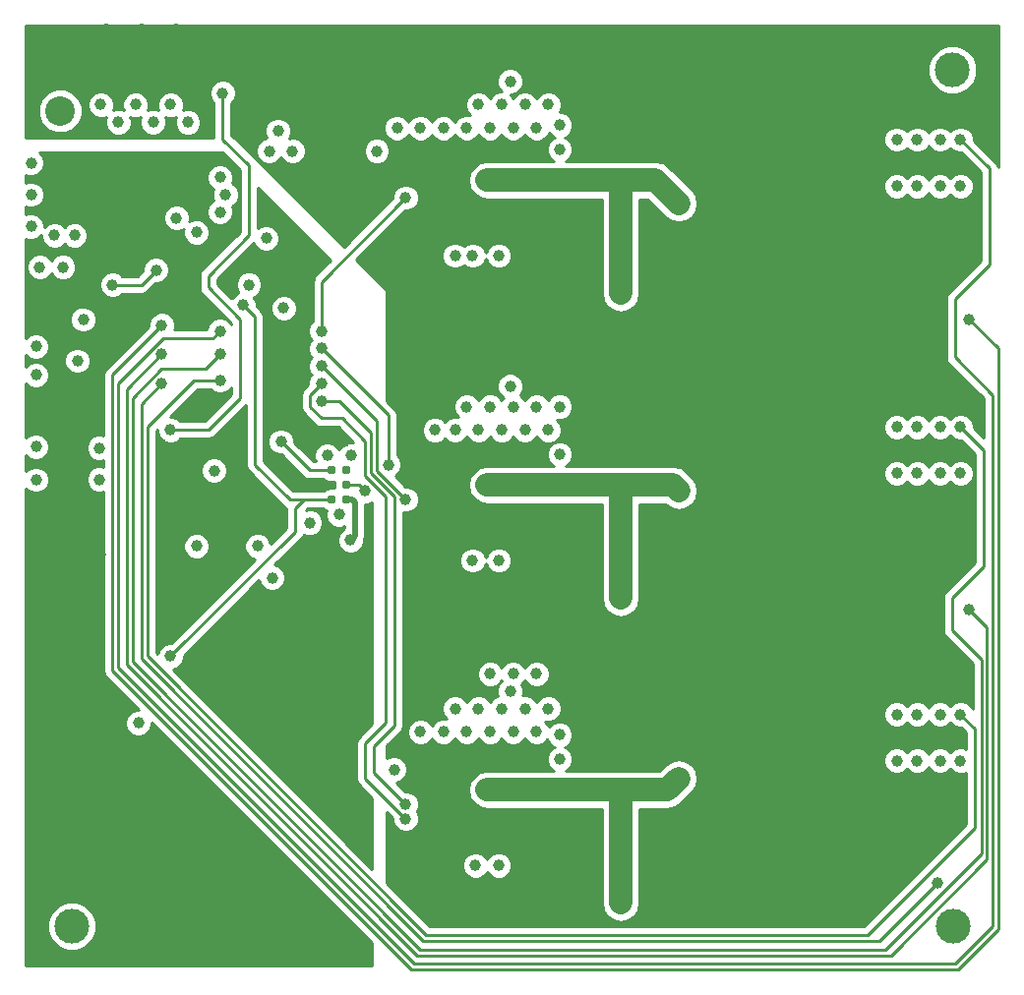
<source format=gbl>
G04 (created by PCBNEW (2013-04-21 BZR 4107)-testing) date Thursday, 13 June 2013 16:51:54*
%MOIN*%
G04 Gerber Fmt 3.4, Leading zero omitted, Abs format*
%FSLAX34Y34*%
G01*
G70*
G90*
G04 APERTURE LIST*
%ADD10C,2.3622e-06*%
%ADD11R,0.1X0.1*%
%ADD12C,0.1*%
%ADD13C,0.0392*%
%ADD14C,0.0309*%
%ADD15C,0.1181*%
%ADD16C,0.0393701*%
%ADD17C,0.019685*%
%ADD18C,0.01*%
%ADD19C,0.0787402*%
%ADD20C,0.0393701*%
G04 APERTURE END LIST*
G54D10*
G54D11*
X63385Y-48212D03*
G54D12*
X63385Y-50212D03*
G54D13*
X72434Y-61893D03*
X73234Y-61893D03*
G54D14*
X73084Y-63393D03*
X73084Y-62893D03*
X73084Y-62393D03*
X72584Y-62393D03*
X72584Y-62893D03*
X72584Y-63393D03*
G54D13*
X72834Y-63893D03*
G54D15*
X93622Y-48819D03*
X63779Y-77854D03*
X93660Y-77854D03*
G54D16*
X80314Y-72183D03*
X80314Y-61848D03*
X80314Y-51513D03*
X76771Y-70472D03*
X77559Y-70472D03*
X77952Y-60236D03*
X78740Y-60236D03*
X79527Y-60236D03*
X80314Y-60236D03*
X77165Y-71259D03*
X77952Y-71259D03*
X78346Y-70472D03*
X79133Y-70472D03*
X79921Y-70472D03*
X79527Y-71259D03*
X78740Y-71259D03*
X76377Y-71259D03*
X75590Y-71259D03*
X77952Y-69291D03*
X78740Y-69291D03*
X79527Y-69291D03*
X76771Y-61023D03*
X77559Y-61023D03*
X78346Y-61023D03*
X79921Y-50000D03*
X79133Y-50000D03*
X78346Y-50000D03*
X77559Y-50000D03*
X65944Y-50000D03*
X65354Y-50590D03*
X67125Y-50000D03*
X66535Y-50590D03*
X68011Y-54330D03*
X67322Y-53838D03*
X79921Y-61023D03*
X79133Y-61023D03*
X77165Y-60236D03*
X70767Y-50886D03*
X71259Y-51574D03*
X70472Y-51574D03*
X74803Y-50787D03*
X75590Y-50787D03*
X76377Y-50787D03*
X77165Y-50787D03*
X77952Y-50787D03*
X78740Y-50787D03*
X79527Y-50787D03*
X77362Y-55118D03*
X76771Y-55118D03*
X67716Y-50590D03*
X64763Y-50000D03*
X78248Y-55118D03*
X78248Y-75787D03*
X77460Y-75787D03*
X78248Y-65452D03*
X77362Y-65452D03*
X80314Y-50688D03*
X80314Y-71358D03*
X74114Y-51574D03*
X76082Y-61023D03*
X74704Y-72539D03*
X78641Y-69881D03*
X78641Y-59547D03*
X78641Y-49212D03*
X63188Y-54429D03*
X63877Y-54429D03*
X62401Y-54133D03*
X62401Y-51968D03*
X68602Y-62401D03*
X70078Y-64960D03*
X68011Y-64960D03*
X71850Y-64173D03*
X73228Y-64763D03*
X69783Y-56102D03*
X70374Y-54527D03*
X70570Y-66043D03*
X66043Y-70964D03*
X62696Y-55511D03*
X64173Y-57283D03*
X62401Y-53051D03*
X63484Y-55511D03*
X69586Y-56791D03*
X67125Y-68700D03*
X70866Y-61417D03*
X73720Y-63090D03*
X67125Y-61023D03*
X68897Y-49606D03*
X93897Y-51181D03*
X68799Y-57677D03*
X92421Y-51181D03*
X93208Y-51181D03*
X91732Y-51181D03*
X91732Y-52755D03*
X92421Y-52755D03*
X93208Y-52755D03*
X93897Y-52755D03*
X72244Y-57677D03*
X75098Y-53149D03*
X82381Y-52559D03*
X77854Y-52559D03*
X78543Y-52559D03*
X82381Y-56397D03*
X83070Y-52559D03*
X84350Y-53346D03*
X66830Y-57480D03*
X94192Y-57283D03*
X93897Y-60925D03*
X68799Y-58464D03*
X93208Y-60925D03*
X92421Y-60925D03*
X91732Y-60925D03*
X91732Y-62500D03*
X93208Y-62500D03*
X92421Y-62500D03*
X93897Y-62500D03*
X72244Y-58858D03*
X75098Y-63385D03*
X72244Y-58267D03*
X74507Y-62204D03*
X82381Y-64173D03*
X82381Y-62893D03*
X82381Y-66732D03*
X83070Y-62893D03*
X84350Y-63090D03*
X77854Y-62893D03*
X78543Y-62893D03*
X66830Y-58464D03*
X94192Y-67125D03*
X68799Y-59350D03*
X93897Y-70669D03*
X92421Y-70669D03*
X93208Y-70669D03*
X91732Y-70669D03*
X93897Y-72244D03*
X93208Y-72244D03*
X92421Y-72244D03*
X91732Y-72244D03*
X75098Y-73720D03*
X72244Y-60039D03*
X75098Y-74212D03*
X72244Y-59448D03*
X82381Y-73228D03*
X83070Y-73228D03*
X82381Y-77066D03*
X84350Y-72834D03*
X77854Y-73228D03*
X78543Y-73228D03*
X66830Y-59448D03*
X93110Y-76377D03*
X80314Y-55610D03*
X80314Y-56594D03*
X80314Y-56102D03*
X80314Y-65944D03*
X80314Y-66437D03*
X80314Y-66929D03*
X80314Y-77263D03*
X80314Y-76771D03*
X80314Y-76279D03*
X74901Y-60137D03*
X79527Y-55118D03*
X79527Y-65452D03*
X79527Y-75787D03*
X88976Y-47637D03*
X89763Y-47637D03*
X88188Y-48425D03*
X82283Y-48031D03*
X83070Y-48425D03*
X81496Y-48425D03*
X75984Y-48425D03*
X93110Y-75196D03*
X70964Y-56889D03*
X76377Y-68503D03*
X75984Y-67716D03*
X75196Y-67716D03*
X75590Y-68503D03*
X75984Y-69291D03*
X75196Y-69291D03*
X82677Y-68503D03*
X81889Y-68503D03*
X81496Y-69291D03*
X90157Y-77559D03*
X89370Y-77559D03*
X88582Y-77559D03*
X87007Y-77559D03*
X86220Y-77559D03*
X85433Y-77559D03*
X84645Y-77559D03*
X83858Y-77559D03*
X83858Y-75984D03*
X84645Y-75984D03*
X85433Y-75984D03*
X86220Y-75984D03*
X87007Y-75984D03*
X88582Y-75984D03*
X89370Y-75984D03*
X90157Y-75984D03*
X89763Y-68897D03*
X90551Y-68897D03*
X91338Y-68897D03*
X90944Y-68110D03*
X90157Y-68110D03*
X89370Y-68110D03*
X88582Y-68110D03*
X87795Y-68110D03*
X87007Y-68110D03*
X86220Y-68110D03*
X85433Y-68110D03*
X84645Y-68110D03*
X83858Y-68110D03*
X88582Y-66141D03*
X89370Y-66141D03*
X90157Y-66141D03*
X87007Y-66141D03*
X86220Y-66141D03*
X85433Y-66141D03*
X84645Y-66141D03*
X83858Y-66141D03*
X92125Y-66929D03*
X92913Y-66929D03*
X93307Y-66141D03*
X92519Y-66141D03*
X91732Y-66141D03*
X73622Y-48269D03*
X74015Y-49212D03*
X73228Y-49212D03*
X72440Y-49212D03*
X71161Y-47736D03*
X70866Y-49212D03*
X71653Y-49212D03*
X71259Y-48425D03*
X83858Y-58267D03*
X84645Y-58267D03*
X85433Y-58267D03*
X86220Y-58267D03*
X87007Y-58267D03*
X87795Y-58267D03*
X88582Y-58267D03*
X89370Y-58267D03*
X90157Y-58267D03*
X90944Y-58267D03*
X89763Y-59055D03*
X90551Y-59055D03*
X91338Y-59055D03*
X92125Y-57086D03*
X92913Y-57086D03*
X93307Y-56299D03*
X92519Y-56299D03*
X91732Y-56299D03*
X90944Y-56299D03*
X90157Y-56299D03*
X89370Y-56299D03*
X88582Y-56299D03*
X87795Y-56299D03*
X87007Y-56299D03*
X86220Y-56299D03*
X85433Y-56299D03*
X84645Y-56299D03*
X83858Y-56299D03*
X83070Y-58661D03*
X82283Y-58661D03*
X81496Y-58661D03*
X81496Y-60236D03*
X75590Y-58661D03*
X74803Y-58661D03*
X64960Y-47637D03*
X65551Y-48228D03*
X66141Y-47637D03*
X66732Y-48228D03*
X67322Y-47637D03*
X67913Y-48228D03*
X68503Y-47637D03*
X68799Y-52460D03*
X68799Y-53641D03*
X68996Y-53051D03*
X75196Y-64468D03*
X93405Y-65452D03*
X82086Y-69192D03*
X74704Y-54822D03*
X76870Y-77263D03*
X76870Y-56594D03*
X76870Y-66830D03*
X62696Y-57283D03*
X63484Y-57283D03*
X66830Y-61515D03*
X66141Y-57578D03*
X65354Y-72244D03*
X70570Y-67618D03*
X63090Y-65551D03*
X67027Y-56200D03*
X70669Y-60629D03*
X68799Y-59940D03*
X70866Y-64074D03*
X72145Y-67125D03*
X71850Y-70472D03*
X70866Y-70472D03*
X73523Y-66732D03*
X66830Y-63681D03*
X70866Y-62106D03*
X67027Y-52263D03*
X69192Y-56102D03*
X64763Y-65255D03*
X73031Y-61417D03*
X65944Y-55610D03*
X67519Y-53051D03*
X67913Y-53641D03*
X67913Y-52460D03*
X64763Y-72047D03*
X63090Y-74311D03*
X65157Y-56102D03*
X66633Y-55610D03*
X64716Y-62704D03*
X64714Y-61635D03*
X63972Y-58681D03*
X62574Y-58196D03*
X62566Y-59161D03*
X62568Y-62718D03*
X62566Y-61590D03*
G54D17*
X73375Y-63484D02*
X73375Y-64616D01*
X73284Y-63393D02*
X73375Y-63484D01*
X73084Y-63393D02*
X73284Y-63393D01*
X73375Y-64616D02*
X73228Y-64763D01*
G54D18*
X71169Y-63393D02*
X69980Y-62204D01*
X69980Y-62204D02*
X69980Y-57185D01*
X69980Y-57185D02*
X69586Y-56791D01*
X71653Y-63393D02*
X71169Y-63393D01*
X72584Y-63393D02*
X71653Y-63393D01*
X71653Y-63393D02*
X71645Y-63393D01*
X71358Y-64468D02*
X67125Y-68700D01*
X71358Y-63681D02*
X71358Y-64468D01*
X71645Y-63393D02*
X71358Y-63681D01*
X72584Y-62393D02*
X71842Y-62393D01*
X71842Y-62393D02*
X70866Y-61417D01*
X73084Y-62893D02*
X73523Y-62893D01*
X73523Y-62893D02*
X73720Y-63090D01*
X68897Y-49606D02*
X68897Y-51181D01*
X68897Y-51181D02*
X69783Y-52066D01*
X69783Y-52066D02*
X69783Y-54429D01*
X69783Y-54429D02*
X68405Y-55807D01*
X69488Y-59940D02*
X68405Y-61023D01*
X68405Y-61023D02*
X67125Y-61023D01*
X69488Y-57283D02*
X69488Y-59940D01*
X68405Y-56200D02*
X69488Y-57283D01*
X68405Y-55807D02*
X68405Y-56200D01*
X68553Y-57923D02*
X68799Y-57677D01*
X66879Y-57923D02*
X68553Y-57923D01*
X93700Y-56594D02*
X93700Y-58562D01*
X93700Y-58562D02*
X94980Y-59842D01*
X65354Y-69094D02*
X65354Y-59448D01*
X65354Y-59448D02*
X66879Y-57923D01*
X94980Y-59842D02*
X94980Y-77854D01*
X94881Y-52165D02*
X94881Y-55413D01*
X94881Y-55413D02*
X93700Y-56594D01*
X93897Y-51181D02*
X94881Y-52165D01*
X75393Y-79133D02*
X65354Y-69094D01*
X93700Y-79133D02*
X75393Y-79133D01*
X94980Y-77854D02*
X93700Y-79133D01*
X72244Y-57677D02*
X72244Y-56003D01*
X72244Y-56003D02*
X75098Y-53149D01*
G54D19*
X78543Y-52559D02*
X80314Y-52559D01*
X80314Y-52559D02*
X82381Y-52559D01*
X77854Y-52559D02*
X78543Y-52559D01*
X82381Y-52559D02*
X82381Y-56397D01*
X82381Y-52559D02*
X83070Y-52559D01*
X83070Y-52559D02*
X83562Y-52559D01*
X83562Y-52559D02*
X84350Y-53346D01*
G54D18*
X65157Y-69192D02*
X65157Y-59153D01*
X65157Y-59153D02*
X66830Y-57480D01*
X95177Y-77952D02*
X95177Y-58267D01*
X75295Y-79330D02*
X65157Y-69192D01*
X93799Y-79330D02*
X75295Y-79330D01*
X95177Y-77952D02*
X93799Y-79330D01*
X95177Y-58267D02*
X94192Y-57283D01*
X66830Y-58956D02*
X68307Y-58956D01*
X68307Y-58956D02*
X68799Y-58464D01*
X65846Y-68897D02*
X65846Y-59940D01*
X65846Y-59940D02*
X66830Y-58956D01*
X93897Y-60925D02*
X94685Y-61712D01*
X75590Y-78641D02*
X65846Y-68897D01*
X91338Y-78641D02*
X75590Y-78641D01*
X94604Y-75375D02*
X91338Y-78641D01*
X94604Y-68817D02*
X94604Y-75375D01*
X93602Y-67814D02*
X94604Y-68817D01*
X93602Y-66732D02*
X93602Y-67814D01*
X94685Y-65649D02*
X93602Y-66732D01*
X94685Y-61712D02*
X94685Y-65649D01*
X72244Y-58858D02*
X74114Y-60728D01*
X74114Y-62401D02*
X75098Y-63385D01*
X74114Y-60728D02*
X74114Y-62401D01*
X74507Y-62204D02*
X74507Y-60531D01*
X74507Y-60531D02*
X72244Y-58267D01*
G54D19*
X82381Y-62893D02*
X82381Y-64173D01*
X82381Y-64173D02*
X82381Y-66732D01*
X78543Y-62893D02*
X82381Y-62893D01*
X82381Y-62893D02*
X83070Y-62893D01*
X83070Y-62893D02*
X84153Y-62893D01*
X84153Y-62893D02*
X84350Y-63090D01*
X77854Y-62893D02*
X78543Y-62893D01*
G54D18*
X65649Y-68996D02*
X65649Y-59645D01*
X65649Y-59645D02*
X66830Y-58464D01*
X94192Y-67125D02*
X94783Y-67716D01*
X94783Y-75590D02*
X91535Y-78838D01*
X94783Y-67716D02*
X94783Y-75590D01*
X91535Y-78838D02*
X75492Y-78838D01*
X75492Y-78838D02*
X65649Y-68996D01*
X67913Y-59350D02*
X68799Y-59350D01*
X93897Y-70669D02*
X94389Y-71161D01*
X66338Y-60925D02*
X67913Y-59350D01*
X66338Y-68700D02*
X66338Y-60925D01*
X75787Y-78149D02*
X66338Y-68700D01*
X90748Y-78149D02*
X75787Y-78149D01*
X94389Y-74507D02*
X90748Y-78149D01*
X94389Y-71161D02*
X94389Y-74507D01*
X73917Y-61122D02*
X73917Y-62500D01*
X74704Y-71062D02*
X74015Y-71751D01*
X74704Y-63287D02*
X74704Y-71062D01*
X73917Y-62500D02*
X74704Y-63287D01*
X72834Y-60039D02*
X72244Y-60039D01*
X73917Y-61122D02*
X72834Y-60039D01*
X74015Y-72637D02*
X74015Y-71751D01*
X75098Y-73720D02*
X74015Y-72637D01*
X73720Y-61417D02*
X73720Y-62598D01*
X74409Y-70964D02*
X73720Y-71653D01*
X74409Y-63287D02*
X74409Y-70964D01*
X73720Y-62598D02*
X74409Y-63287D01*
X72933Y-60629D02*
X72244Y-60629D01*
X73720Y-72834D02*
X75098Y-74212D01*
X73720Y-71653D02*
X73720Y-72834D01*
X72933Y-60629D02*
X73720Y-61417D01*
X71850Y-59842D02*
X72244Y-59448D01*
X71850Y-60236D02*
X71850Y-59842D01*
X72244Y-60629D02*
X71850Y-60236D01*
G54D19*
X82381Y-73228D02*
X82381Y-77066D01*
X78543Y-73228D02*
X82381Y-73228D01*
X82381Y-73228D02*
X83070Y-73228D01*
X83070Y-73228D02*
X83956Y-73228D01*
X83956Y-73228D02*
X84350Y-72834D01*
X77854Y-73228D02*
X78543Y-73228D01*
G54D18*
X66141Y-68799D02*
X66141Y-60137D01*
X66141Y-60137D02*
X66830Y-59448D01*
X93110Y-76377D02*
X91141Y-78346D01*
X91141Y-78346D02*
X75688Y-78346D01*
X75688Y-78346D02*
X66141Y-68799D01*
G54D20*
X76377Y-68110D02*
X76377Y-68503D01*
X75984Y-67716D02*
X76377Y-68110D01*
X75196Y-68110D02*
X75196Y-67716D01*
X75590Y-68503D02*
X75196Y-68110D01*
X75196Y-69291D02*
X75984Y-69291D01*
X81496Y-68897D02*
X81889Y-68503D01*
X81496Y-69291D02*
X81496Y-68897D01*
X89370Y-77559D02*
X90157Y-77559D01*
X87007Y-77559D02*
X88582Y-77559D01*
X85433Y-77559D02*
X86220Y-77559D01*
X83858Y-77559D02*
X84645Y-77559D01*
X83858Y-75984D02*
X84645Y-75984D01*
X85433Y-75984D02*
X86220Y-75984D01*
X87007Y-75984D02*
X88582Y-75984D01*
X89370Y-75984D02*
X90157Y-75984D01*
X91338Y-68897D02*
X90551Y-68897D01*
X90157Y-68110D02*
X90944Y-68110D01*
X88582Y-68110D02*
X89370Y-68110D01*
X87007Y-68110D02*
X87795Y-68110D01*
X85433Y-68110D02*
X86220Y-68110D01*
X83858Y-68110D02*
X84645Y-68110D01*
X90157Y-66141D02*
X91732Y-66141D01*
X89370Y-66141D02*
X90157Y-66141D01*
X85433Y-66141D02*
X86220Y-66141D01*
X83858Y-66141D02*
X84645Y-66141D01*
X87007Y-66141D02*
X88582Y-66141D01*
X92913Y-66929D02*
X92125Y-66929D01*
X92519Y-66141D02*
X93307Y-66141D01*
X71653Y-49212D02*
X72440Y-49212D01*
X73228Y-49212D02*
X74015Y-49212D01*
X71161Y-47736D02*
X71161Y-48326D01*
X71653Y-49212D02*
X70866Y-49212D01*
X71161Y-48326D02*
X71259Y-48425D01*
X90944Y-58267D02*
X90944Y-58661D01*
X83858Y-58267D02*
X84645Y-58267D01*
X85433Y-58267D02*
X86220Y-58267D01*
X87007Y-58267D02*
X87795Y-58267D01*
X88582Y-58267D02*
X89370Y-58267D01*
X90157Y-58267D02*
X90944Y-58267D01*
X90551Y-59055D02*
X89763Y-59055D01*
X90944Y-58661D02*
X91338Y-59055D01*
X92519Y-56299D02*
X92519Y-56692D01*
X92519Y-56692D02*
X92913Y-57086D01*
X91732Y-56299D02*
X92519Y-56299D01*
X90157Y-56299D02*
X90944Y-56299D01*
X88582Y-56299D02*
X89370Y-56299D01*
X87007Y-56299D02*
X87795Y-56299D01*
X85433Y-56299D02*
X86220Y-56299D01*
X83858Y-56299D02*
X84645Y-56299D01*
X81496Y-58661D02*
X82283Y-58661D01*
X74803Y-58661D02*
X75590Y-58661D01*
G54D19*
X64960Y-47637D02*
X65551Y-48228D01*
X66141Y-47637D02*
X66732Y-48228D01*
X67322Y-47637D02*
X67913Y-48228D01*
G54D17*
X72584Y-62893D02*
X71653Y-62893D01*
X71653Y-62893D02*
X70866Y-62106D01*
G54D18*
X66141Y-56102D02*
X65157Y-56102D01*
X66633Y-55610D02*
X66141Y-56102D01*
X64712Y-61633D02*
X64708Y-61633D01*
X64714Y-61635D02*
X64712Y-61633D01*
X62578Y-58192D02*
X62606Y-58192D01*
X62574Y-58196D02*
X62578Y-58192D01*
X62566Y-59161D02*
X62566Y-59173D01*
X62566Y-62716D02*
X62566Y-62708D01*
X62568Y-62718D02*
X62566Y-62716D01*
X62570Y-61586D02*
X62570Y-61582D01*
X62566Y-61590D02*
X62570Y-61586D01*
G54D10*
G36*
X95175Y-52130D02*
X95159Y-52050D01*
X95094Y-51953D01*
X95094Y-51953D01*
X94462Y-51321D01*
X94462Y-48652D01*
X94334Y-48343D01*
X94098Y-48106D01*
X93789Y-47978D01*
X93455Y-47978D01*
X93146Y-48106D01*
X92909Y-48342D01*
X92781Y-48651D01*
X92781Y-48985D01*
X92909Y-49294D01*
X93145Y-49531D01*
X93454Y-49659D01*
X93788Y-49659D01*
X94097Y-49531D01*
X94334Y-49295D01*
X94462Y-48986D01*
X94462Y-48652D01*
X94462Y-51321D01*
X94344Y-51203D01*
X94344Y-51092D01*
X94276Y-50928D01*
X94151Y-50802D01*
X93986Y-50734D01*
X93809Y-50734D01*
X93644Y-50802D01*
X93553Y-50893D01*
X93462Y-50802D01*
X93297Y-50734D01*
X93120Y-50734D01*
X92955Y-50802D01*
X92830Y-50927D01*
X92815Y-50963D01*
X92800Y-50928D01*
X92674Y-50802D01*
X92510Y-50734D01*
X92332Y-50734D01*
X92168Y-50802D01*
X92076Y-50893D01*
X91985Y-50802D01*
X91821Y-50734D01*
X91643Y-50734D01*
X91479Y-50802D01*
X91353Y-50927D01*
X91285Y-51091D01*
X91285Y-51269D01*
X91353Y-51433D01*
X91478Y-51559D01*
X91643Y-51627D01*
X91820Y-51628D01*
X91985Y-51560D01*
X92076Y-51468D01*
X92167Y-51559D01*
X92331Y-51627D01*
X92509Y-51628D01*
X92674Y-51560D01*
X92799Y-51434D01*
X92814Y-51398D01*
X92829Y-51433D01*
X92955Y-51559D01*
X93119Y-51627D01*
X93297Y-51628D01*
X93461Y-51560D01*
X93553Y-51468D01*
X93644Y-51559D01*
X93808Y-51627D01*
X93920Y-51627D01*
X94581Y-52289D01*
X94581Y-55289D01*
X94344Y-55526D01*
X94344Y-52667D01*
X94276Y-52503D01*
X94151Y-52377D01*
X93986Y-52309D01*
X93809Y-52308D01*
X93644Y-52376D01*
X93553Y-52468D01*
X93462Y-52377D01*
X93297Y-52309D01*
X93120Y-52308D01*
X92955Y-52376D01*
X92830Y-52502D01*
X92815Y-52538D01*
X92800Y-52503D01*
X92674Y-52377D01*
X92510Y-52309D01*
X92332Y-52308D01*
X92168Y-52376D01*
X92076Y-52468D01*
X91985Y-52377D01*
X91821Y-52309D01*
X91643Y-52308D01*
X91479Y-52376D01*
X91353Y-52502D01*
X91285Y-52666D01*
X91285Y-52844D01*
X91353Y-53008D01*
X91478Y-53134D01*
X91643Y-53202D01*
X91820Y-53202D01*
X91985Y-53134D01*
X92076Y-53043D01*
X92167Y-53134D01*
X92331Y-53202D01*
X92509Y-53202D01*
X92674Y-53134D01*
X92799Y-53009D01*
X92814Y-52973D01*
X92829Y-53008D01*
X92955Y-53134D01*
X93119Y-53202D01*
X93297Y-53202D01*
X93461Y-53134D01*
X93553Y-53043D01*
X93644Y-53134D01*
X93808Y-53202D01*
X93986Y-53202D01*
X94150Y-53134D01*
X94276Y-53009D01*
X94344Y-52845D01*
X94344Y-52667D01*
X94344Y-55526D01*
X93488Y-56382D01*
X93423Y-56479D01*
X93400Y-56594D01*
X93400Y-58562D01*
X93423Y-58677D01*
X93488Y-58775D01*
X94680Y-59966D01*
X94680Y-61283D01*
X94344Y-60947D01*
X94344Y-60836D01*
X94276Y-60672D01*
X94151Y-60546D01*
X93986Y-60478D01*
X93809Y-60478D01*
X93644Y-60546D01*
X93553Y-60637D01*
X93462Y-60546D01*
X93297Y-60478D01*
X93120Y-60478D01*
X92955Y-60546D01*
X92830Y-60671D01*
X92815Y-60707D01*
X92800Y-60672D01*
X92674Y-60546D01*
X92510Y-60478D01*
X92332Y-60478D01*
X92168Y-60546D01*
X92076Y-60637D01*
X91985Y-60546D01*
X91821Y-60478D01*
X91643Y-60478D01*
X91479Y-60546D01*
X91353Y-60671D01*
X91285Y-60835D01*
X91285Y-61013D01*
X91353Y-61177D01*
X91478Y-61303D01*
X91643Y-61371D01*
X91820Y-61372D01*
X91985Y-61304D01*
X92076Y-61212D01*
X92167Y-61303D01*
X92331Y-61371D01*
X92509Y-61372D01*
X92674Y-61304D01*
X92799Y-61178D01*
X92814Y-61142D01*
X92829Y-61177D01*
X92955Y-61303D01*
X93119Y-61371D01*
X93297Y-61372D01*
X93461Y-61304D01*
X93553Y-61212D01*
X93644Y-61303D01*
X93808Y-61371D01*
X93920Y-61372D01*
X94385Y-61836D01*
X94385Y-65525D01*
X94344Y-65565D01*
X94344Y-62411D01*
X94276Y-62247D01*
X94151Y-62121D01*
X93986Y-62053D01*
X93809Y-62053D01*
X93644Y-62120D01*
X93553Y-62212D01*
X93462Y-62121D01*
X93297Y-62053D01*
X93120Y-62053D01*
X92955Y-62120D01*
X92830Y-62246D01*
X92815Y-62282D01*
X92800Y-62247D01*
X92674Y-62121D01*
X92510Y-62053D01*
X92332Y-62053D01*
X92168Y-62120D01*
X92076Y-62212D01*
X91985Y-62121D01*
X91821Y-62053D01*
X91643Y-62053D01*
X91479Y-62120D01*
X91353Y-62246D01*
X91285Y-62410D01*
X91285Y-62588D01*
X91353Y-62752D01*
X91478Y-62878D01*
X91643Y-62946D01*
X91820Y-62946D01*
X91985Y-62879D01*
X92076Y-62787D01*
X92167Y-62878D01*
X92331Y-62946D01*
X92509Y-62946D01*
X92674Y-62879D01*
X92799Y-62753D01*
X92814Y-62717D01*
X92829Y-62752D01*
X92955Y-62878D01*
X93119Y-62946D01*
X93297Y-62946D01*
X93461Y-62879D01*
X93553Y-62787D01*
X93644Y-62878D01*
X93808Y-62946D01*
X93986Y-62946D01*
X94150Y-62879D01*
X94276Y-62753D01*
X94344Y-62589D01*
X94344Y-62411D01*
X94344Y-65565D01*
X93390Y-66520D01*
X93325Y-66617D01*
X93302Y-66732D01*
X93302Y-67814D01*
X93325Y-67929D01*
X93390Y-68027D01*
X94304Y-68941D01*
X94304Y-70484D01*
X94276Y-70416D01*
X94151Y-70290D01*
X93986Y-70222D01*
X93809Y-70222D01*
X93644Y-70290D01*
X93553Y-70381D01*
X93462Y-70290D01*
X93297Y-70222D01*
X93120Y-70222D01*
X92955Y-70290D01*
X92830Y-70415D01*
X92815Y-70452D01*
X92800Y-70416D01*
X92674Y-70290D01*
X92510Y-70222D01*
X92332Y-70222D01*
X92168Y-70290D01*
X92076Y-70381D01*
X91985Y-70290D01*
X91821Y-70222D01*
X91643Y-70222D01*
X91479Y-70290D01*
X91353Y-70415D01*
X91285Y-70580D01*
X91285Y-70757D01*
X91353Y-70922D01*
X91478Y-71047D01*
X91643Y-71116D01*
X91820Y-71116D01*
X91985Y-71048D01*
X92076Y-70956D01*
X92167Y-71047D01*
X92331Y-71116D01*
X92509Y-71116D01*
X92674Y-71048D01*
X92799Y-70922D01*
X92814Y-70886D01*
X92829Y-70922D01*
X92955Y-71047D01*
X93119Y-71116D01*
X93297Y-71116D01*
X93461Y-71048D01*
X93553Y-70956D01*
X93644Y-71047D01*
X93808Y-71116D01*
X93920Y-71116D01*
X94089Y-71285D01*
X94089Y-71840D01*
X93986Y-71797D01*
X93809Y-71797D01*
X93644Y-71865D01*
X93553Y-71956D01*
X93462Y-71865D01*
X93297Y-71797D01*
X93120Y-71797D01*
X92955Y-71865D01*
X92830Y-71990D01*
X92815Y-72026D01*
X92800Y-71991D01*
X92674Y-71865D01*
X92510Y-71797D01*
X92332Y-71797D01*
X92168Y-71865D01*
X92076Y-71956D01*
X91985Y-71865D01*
X91821Y-71797D01*
X91643Y-71797D01*
X91479Y-71865D01*
X91353Y-71990D01*
X91285Y-72154D01*
X91285Y-72332D01*
X91353Y-72496D01*
X91478Y-72622D01*
X91643Y-72690D01*
X91820Y-72691D01*
X91985Y-72623D01*
X92076Y-72531D01*
X92167Y-72622D01*
X92331Y-72690D01*
X92509Y-72691D01*
X92674Y-72623D01*
X92799Y-72497D01*
X92814Y-72461D01*
X92829Y-72496D01*
X92955Y-72622D01*
X93119Y-72690D01*
X93297Y-72691D01*
X93461Y-72623D01*
X93553Y-72531D01*
X93644Y-72622D01*
X93808Y-72690D01*
X93986Y-72691D01*
X94089Y-72648D01*
X94089Y-74383D01*
X90623Y-77849D01*
X84994Y-77849D01*
X84994Y-72834D01*
X84994Y-63090D01*
X84994Y-53346D01*
X84945Y-53100D01*
X84805Y-52891D01*
X84018Y-52103D01*
X83809Y-51964D01*
X83562Y-51915D01*
X83562Y-51915D01*
X83070Y-51915D01*
X82381Y-51915D01*
X80513Y-51915D01*
X80567Y-51892D01*
X80693Y-51767D01*
X80761Y-51603D01*
X80761Y-51425D01*
X80694Y-51260D01*
X80568Y-51135D01*
X80487Y-51101D01*
X80567Y-51068D01*
X80693Y-50942D01*
X80761Y-50778D01*
X80761Y-50600D01*
X80694Y-50436D01*
X80568Y-50310D01*
X80404Y-50242D01*
X80304Y-50242D01*
X80368Y-50089D01*
X80368Y-49911D01*
X80300Y-49747D01*
X80174Y-49621D01*
X80010Y-49553D01*
X79832Y-49553D01*
X79668Y-49620D01*
X79542Y-49746D01*
X79527Y-49782D01*
X79512Y-49747D01*
X79387Y-49621D01*
X79223Y-49553D01*
X79045Y-49553D01*
X78881Y-49620D01*
X78755Y-49746D01*
X78740Y-49782D01*
X78725Y-49747D01*
X78637Y-49659D01*
X78730Y-49659D01*
X78894Y-49591D01*
X79020Y-49466D01*
X79088Y-49301D01*
X79088Y-49124D01*
X79020Y-48959D01*
X78895Y-48833D01*
X78731Y-48765D01*
X78553Y-48765D01*
X78388Y-48833D01*
X78263Y-48959D01*
X78194Y-49123D01*
X78194Y-49301D01*
X78262Y-49465D01*
X78350Y-49553D01*
X78257Y-49553D01*
X78093Y-49620D01*
X77967Y-49746D01*
X77952Y-49782D01*
X77938Y-49747D01*
X77812Y-49621D01*
X77648Y-49553D01*
X77470Y-49553D01*
X77306Y-49620D01*
X77180Y-49746D01*
X77112Y-49910D01*
X77112Y-50088D01*
X77180Y-50252D01*
X77276Y-50349D01*
X77254Y-50340D01*
X77076Y-50340D01*
X76912Y-50408D01*
X76786Y-50533D01*
X76771Y-50570D01*
X76756Y-50534D01*
X76631Y-50408D01*
X76467Y-50340D01*
X76289Y-50340D01*
X76125Y-50408D01*
X75999Y-50533D01*
X75984Y-50570D01*
X75969Y-50534D01*
X75844Y-50408D01*
X75679Y-50340D01*
X75502Y-50340D01*
X75337Y-50408D01*
X75211Y-50533D01*
X75196Y-50570D01*
X75182Y-50534D01*
X75056Y-50408D01*
X74892Y-50340D01*
X74714Y-50340D01*
X74550Y-50408D01*
X74424Y-50533D01*
X74356Y-50698D01*
X74356Y-50875D01*
X74424Y-51040D01*
X74549Y-51166D01*
X74713Y-51234D01*
X74891Y-51234D01*
X75055Y-51166D01*
X75181Y-51040D01*
X75196Y-51004D01*
X75211Y-51040D01*
X75337Y-51166D01*
X75501Y-51234D01*
X75679Y-51234D01*
X75843Y-51166D01*
X75969Y-51040D01*
X75984Y-51004D01*
X75998Y-51040D01*
X76124Y-51166D01*
X76288Y-51234D01*
X76466Y-51234D01*
X76630Y-51166D01*
X76756Y-51040D01*
X76771Y-51004D01*
X76786Y-51040D01*
X76911Y-51166D01*
X77076Y-51234D01*
X77253Y-51234D01*
X77418Y-51166D01*
X77543Y-51040D01*
X77559Y-51004D01*
X77573Y-51040D01*
X77699Y-51166D01*
X77863Y-51234D01*
X78041Y-51234D01*
X78205Y-51166D01*
X78331Y-51040D01*
X78346Y-51004D01*
X78361Y-51040D01*
X78486Y-51166D01*
X78650Y-51234D01*
X78828Y-51234D01*
X78992Y-51166D01*
X79118Y-51040D01*
X79133Y-51004D01*
X79148Y-51040D01*
X79274Y-51166D01*
X79438Y-51234D01*
X79616Y-51234D01*
X79780Y-51166D01*
X79906Y-51040D01*
X79943Y-50949D01*
X80061Y-51067D01*
X80142Y-51101D01*
X80062Y-51134D01*
X79936Y-51260D01*
X79868Y-51424D01*
X79868Y-51602D01*
X79935Y-51766D01*
X80061Y-51892D01*
X80116Y-51915D01*
X78543Y-51915D01*
X77854Y-51915D01*
X77607Y-51964D01*
X77399Y-52103D01*
X77259Y-52312D01*
X77210Y-52559D01*
X77259Y-52805D01*
X77399Y-53014D01*
X77607Y-53153D01*
X77854Y-53202D01*
X78543Y-53202D01*
X80314Y-53202D01*
X81738Y-53202D01*
X81738Y-56397D01*
X81787Y-56643D01*
X81926Y-56852D01*
X82135Y-56992D01*
X82381Y-57041D01*
X82628Y-56992D01*
X82837Y-56852D01*
X82976Y-56643D01*
X83025Y-56397D01*
X83025Y-53202D01*
X83070Y-53202D01*
X83296Y-53202D01*
X83895Y-53801D01*
X84104Y-53941D01*
X84350Y-53990D01*
X84596Y-53941D01*
X84805Y-53801D01*
X84945Y-53592D01*
X84994Y-53346D01*
X84994Y-63090D01*
X84945Y-62844D01*
X84805Y-62635D01*
X84608Y-62438D01*
X84399Y-62298D01*
X84153Y-62249D01*
X84153Y-62250D01*
X83070Y-62250D01*
X82381Y-62250D01*
X80513Y-62250D01*
X80567Y-62227D01*
X80693Y-62101D01*
X80761Y-61937D01*
X80761Y-61759D01*
X80761Y-60147D01*
X80694Y-59983D01*
X80568Y-59857D01*
X80404Y-59789D01*
X80226Y-59789D01*
X80062Y-59857D01*
X79936Y-59982D01*
X79921Y-60019D01*
X79906Y-59983D01*
X79781Y-59857D01*
X79616Y-59789D01*
X79439Y-59789D01*
X79274Y-59857D01*
X79148Y-59982D01*
X79133Y-60019D01*
X79119Y-59983D01*
X78993Y-59857D01*
X78972Y-59848D01*
X79020Y-59800D01*
X79088Y-59636D01*
X79088Y-59458D01*
X79020Y-59294D01*
X78895Y-59168D01*
X78731Y-59100D01*
X78694Y-59100D01*
X78694Y-55029D01*
X78627Y-54865D01*
X78501Y-54739D01*
X78337Y-54671D01*
X78159Y-54671D01*
X77995Y-54739D01*
X77869Y-54864D01*
X77805Y-55019D01*
X77741Y-54865D01*
X77615Y-54739D01*
X77451Y-54671D01*
X77273Y-54671D01*
X77109Y-54739D01*
X77066Y-54781D01*
X77025Y-54739D01*
X76860Y-54671D01*
X76683Y-54671D01*
X76518Y-54739D01*
X76393Y-54864D01*
X76324Y-55028D01*
X76324Y-55206D01*
X76392Y-55370D01*
X76518Y-55496D01*
X76682Y-55564D01*
X76860Y-55565D01*
X77024Y-55497D01*
X77066Y-55454D01*
X77108Y-55496D01*
X77272Y-55564D01*
X77450Y-55565D01*
X77614Y-55497D01*
X77740Y-55371D01*
X77805Y-55216D01*
X77868Y-55370D01*
X77994Y-55496D01*
X78158Y-55564D01*
X78336Y-55565D01*
X78500Y-55497D01*
X78626Y-55371D01*
X78694Y-55207D01*
X78694Y-55029D01*
X78694Y-59100D01*
X78553Y-59100D01*
X78388Y-59168D01*
X78263Y-59293D01*
X78194Y-59457D01*
X78194Y-59635D01*
X78262Y-59800D01*
X78388Y-59925D01*
X78409Y-59934D01*
X78361Y-59982D01*
X78346Y-60019D01*
X78331Y-59983D01*
X78206Y-59857D01*
X78042Y-59789D01*
X77864Y-59789D01*
X77699Y-59857D01*
X77574Y-59982D01*
X77559Y-60019D01*
X77544Y-59983D01*
X77418Y-59857D01*
X77254Y-59789D01*
X77076Y-59789D01*
X76912Y-59857D01*
X76786Y-59982D01*
X76718Y-60146D01*
X76718Y-60324D01*
X76786Y-60489D01*
X76883Y-60586D01*
X76860Y-60576D01*
X76683Y-60576D01*
X76518Y-60644D01*
X76427Y-60736D01*
X76336Y-60645D01*
X76171Y-60576D01*
X75994Y-60576D01*
X75829Y-60644D01*
X75704Y-60770D01*
X75635Y-60934D01*
X75635Y-61112D01*
X75703Y-61276D01*
X75829Y-61402D01*
X75993Y-61470D01*
X76171Y-61470D01*
X76335Y-61402D01*
X76427Y-61311D01*
X76518Y-61402D01*
X76682Y-61470D01*
X76860Y-61470D01*
X77024Y-61402D01*
X77150Y-61277D01*
X77165Y-61240D01*
X77180Y-61276D01*
X77305Y-61402D01*
X77469Y-61470D01*
X77647Y-61470D01*
X77811Y-61402D01*
X77937Y-61277D01*
X77952Y-61240D01*
X77967Y-61276D01*
X78093Y-61402D01*
X78257Y-61470D01*
X78434Y-61470D01*
X78599Y-61402D01*
X78725Y-61277D01*
X78740Y-61240D01*
X78754Y-61276D01*
X78880Y-61402D01*
X79044Y-61470D01*
X79222Y-61470D01*
X79386Y-61402D01*
X79512Y-61277D01*
X79527Y-61240D01*
X79542Y-61276D01*
X79667Y-61402D01*
X79831Y-61470D01*
X80009Y-61470D01*
X80174Y-61402D01*
X80299Y-61277D01*
X80368Y-61112D01*
X80368Y-60935D01*
X80300Y-60770D01*
X80203Y-60673D01*
X80225Y-60682D01*
X80403Y-60683D01*
X80567Y-60615D01*
X80693Y-60489D01*
X80761Y-60325D01*
X80761Y-60147D01*
X80761Y-61759D01*
X80694Y-61595D01*
X80568Y-61469D01*
X80404Y-61401D01*
X80226Y-61401D01*
X80062Y-61469D01*
X79936Y-61594D01*
X79868Y-61759D01*
X79868Y-61936D01*
X79935Y-62101D01*
X80061Y-62227D01*
X80116Y-62250D01*
X78543Y-62250D01*
X77854Y-62250D01*
X77607Y-62298D01*
X77399Y-62438D01*
X77259Y-62647D01*
X77210Y-62893D01*
X77259Y-63140D01*
X77399Y-63348D01*
X77607Y-63488D01*
X77854Y-63537D01*
X78543Y-63537D01*
X81738Y-63537D01*
X81738Y-64173D01*
X81738Y-66732D01*
X81787Y-66978D01*
X81926Y-67187D01*
X82135Y-67326D01*
X82381Y-67375D01*
X82628Y-67326D01*
X82837Y-67187D01*
X82976Y-66978D01*
X83025Y-66732D01*
X83025Y-64173D01*
X83025Y-63537D01*
X83070Y-63537D01*
X83886Y-63537D01*
X83895Y-63545D01*
X84104Y-63685D01*
X84350Y-63734D01*
X84596Y-63685D01*
X84805Y-63545D01*
X84945Y-63336D01*
X84994Y-63090D01*
X84994Y-72834D01*
X84945Y-72588D01*
X84805Y-72379D01*
X84596Y-72239D01*
X84350Y-72190D01*
X84104Y-72239D01*
X83895Y-72379D01*
X83690Y-72584D01*
X83070Y-72584D01*
X82381Y-72584D01*
X80513Y-72584D01*
X80567Y-72562D01*
X80693Y-72436D01*
X80761Y-72272D01*
X80761Y-72094D01*
X80694Y-71930D01*
X80568Y-71804D01*
X80487Y-71770D01*
X80567Y-71737D01*
X80693Y-71611D01*
X80761Y-71447D01*
X80761Y-71269D01*
X80694Y-71105D01*
X80568Y-70979D01*
X80404Y-70911D01*
X80226Y-70911D01*
X80062Y-70979D01*
X79943Y-71097D01*
X79906Y-71007D01*
X79809Y-70909D01*
X79831Y-70919D01*
X80009Y-70919D01*
X80174Y-70851D01*
X80299Y-70725D01*
X80368Y-70561D01*
X80368Y-70383D01*
X80300Y-70219D01*
X80174Y-70093D01*
X80010Y-70025D01*
X79832Y-70025D01*
X79668Y-70093D01*
X79542Y-70218D01*
X79527Y-70255D01*
X79512Y-70219D01*
X79387Y-70093D01*
X79223Y-70025D01*
X79065Y-70025D01*
X79088Y-69971D01*
X79088Y-69793D01*
X79024Y-69638D01*
X79118Y-69544D01*
X79133Y-69508D01*
X79148Y-69544D01*
X79274Y-69669D01*
X79438Y-69738D01*
X79616Y-69738D01*
X79780Y-69670D01*
X79906Y-69544D01*
X79974Y-69380D01*
X79974Y-69202D01*
X79906Y-69038D01*
X79781Y-68912D01*
X79616Y-68844D01*
X79439Y-68844D01*
X79274Y-68912D01*
X79148Y-69037D01*
X79133Y-69074D01*
X79119Y-69038D01*
X78993Y-68912D01*
X78829Y-68844D01*
X78694Y-68844D01*
X78694Y-65364D01*
X78627Y-65199D01*
X78501Y-65074D01*
X78337Y-65005D01*
X78159Y-65005D01*
X77995Y-65073D01*
X77869Y-65199D01*
X77805Y-65354D01*
X77741Y-65199D01*
X77615Y-65074D01*
X77451Y-65005D01*
X77273Y-65005D01*
X77109Y-65073D01*
X76983Y-65199D01*
X76915Y-65363D01*
X76915Y-65541D01*
X76983Y-65705D01*
X77108Y-65831D01*
X77272Y-65899D01*
X77450Y-65899D01*
X77614Y-65831D01*
X77740Y-65706D01*
X77805Y-65551D01*
X77868Y-65705D01*
X77994Y-65831D01*
X78158Y-65899D01*
X78336Y-65899D01*
X78500Y-65831D01*
X78626Y-65706D01*
X78694Y-65542D01*
X78694Y-65364D01*
X78694Y-68844D01*
X78651Y-68844D01*
X78487Y-68912D01*
X78361Y-69037D01*
X78346Y-69074D01*
X78331Y-69038D01*
X78206Y-68912D01*
X78042Y-68844D01*
X77864Y-68844D01*
X77699Y-68912D01*
X77574Y-69037D01*
X77505Y-69202D01*
X77505Y-69379D01*
X77573Y-69544D01*
X77699Y-69669D01*
X77863Y-69738D01*
X78041Y-69738D01*
X78205Y-69670D01*
X78331Y-69544D01*
X78346Y-69508D01*
X78357Y-69534D01*
X78263Y-69628D01*
X78194Y-69792D01*
X78194Y-69970D01*
X78223Y-70039D01*
X78093Y-70093D01*
X77967Y-70218D01*
X77952Y-70255D01*
X77938Y-70219D01*
X77812Y-70093D01*
X77648Y-70025D01*
X77470Y-70025D01*
X77306Y-70093D01*
X77180Y-70218D01*
X77165Y-70255D01*
X77150Y-70219D01*
X77025Y-70093D01*
X76860Y-70025D01*
X76683Y-70025D01*
X76518Y-70093D01*
X76393Y-70218D01*
X76324Y-70383D01*
X76324Y-70560D01*
X76392Y-70725D01*
X76489Y-70822D01*
X76467Y-70813D01*
X76289Y-70812D01*
X76125Y-70880D01*
X75999Y-71006D01*
X75984Y-71042D01*
X75969Y-71007D01*
X75844Y-70881D01*
X75679Y-70813D01*
X75502Y-70812D01*
X75337Y-70880D01*
X75211Y-71006D01*
X75143Y-71170D01*
X75143Y-71348D01*
X75211Y-71512D01*
X75337Y-71638D01*
X75501Y-71706D01*
X75679Y-71706D01*
X75843Y-71638D01*
X75969Y-71513D01*
X75984Y-71477D01*
X75998Y-71512D01*
X76124Y-71638D01*
X76288Y-71706D01*
X76466Y-71706D01*
X76630Y-71638D01*
X76756Y-71513D01*
X76771Y-71477D01*
X76786Y-71512D01*
X76911Y-71638D01*
X77076Y-71706D01*
X77253Y-71706D01*
X77418Y-71638D01*
X77543Y-71513D01*
X77559Y-71477D01*
X77573Y-71512D01*
X77699Y-71638D01*
X77863Y-71706D01*
X78041Y-71706D01*
X78205Y-71638D01*
X78331Y-71513D01*
X78346Y-71477D01*
X78361Y-71512D01*
X78486Y-71638D01*
X78650Y-71706D01*
X78828Y-71706D01*
X78992Y-71638D01*
X79118Y-71513D01*
X79133Y-71477D01*
X79148Y-71512D01*
X79274Y-71638D01*
X79438Y-71706D01*
X79616Y-71706D01*
X79780Y-71638D01*
X79898Y-71520D01*
X79935Y-71611D01*
X80061Y-71736D01*
X80142Y-71770D01*
X80062Y-71804D01*
X79936Y-71929D01*
X79868Y-72093D01*
X79868Y-72271D01*
X79935Y-72435D01*
X80061Y-72561D01*
X80116Y-72584D01*
X78543Y-72584D01*
X77854Y-72584D01*
X77607Y-72633D01*
X77399Y-72773D01*
X77259Y-72982D01*
X77210Y-73228D01*
X77259Y-73474D01*
X77399Y-73683D01*
X77607Y-73823D01*
X77854Y-73872D01*
X78543Y-73872D01*
X81738Y-73872D01*
X81738Y-77066D01*
X81787Y-77313D01*
X81926Y-77522D01*
X82135Y-77661D01*
X82381Y-77710D01*
X82628Y-77661D01*
X82837Y-77522D01*
X82976Y-77313D01*
X83025Y-77066D01*
X83025Y-73872D01*
X83070Y-73872D01*
X83956Y-73872D01*
X83956Y-73872D01*
X83956Y-73872D01*
X84203Y-73823D01*
X84203Y-73823D01*
X84411Y-73683D01*
X84805Y-73289D01*
X84945Y-73080D01*
X84994Y-72834D01*
X84994Y-77849D01*
X78694Y-77849D01*
X78694Y-75698D01*
X78627Y-75534D01*
X78501Y-75408D01*
X78337Y-75340D01*
X78159Y-75340D01*
X77995Y-75408D01*
X77869Y-75533D01*
X77854Y-75570D01*
X77839Y-75534D01*
X77714Y-75408D01*
X77549Y-75340D01*
X77372Y-75340D01*
X77207Y-75408D01*
X77082Y-75533D01*
X77013Y-75698D01*
X77013Y-75875D01*
X77081Y-76040D01*
X77207Y-76166D01*
X77371Y-76234D01*
X77549Y-76234D01*
X77713Y-76166D01*
X77839Y-76040D01*
X77854Y-76004D01*
X77868Y-76040D01*
X77994Y-76166D01*
X78158Y-76234D01*
X78336Y-76234D01*
X78500Y-76166D01*
X78626Y-76040D01*
X78694Y-75876D01*
X78694Y-75698D01*
X78694Y-77849D01*
X75911Y-77849D01*
X74459Y-76397D01*
X74459Y-73997D01*
X74651Y-74190D01*
X74651Y-74301D01*
X74719Y-74465D01*
X74844Y-74591D01*
X75009Y-74659D01*
X75186Y-74659D01*
X75351Y-74591D01*
X75477Y-74466D01*
X75545Y-74301D01*
X75545Y-74124D01*
X75480Y-73966D01*
X75545Y-73809D01*
X75545Y-73631D01*
X75477Y-73467D01*
X75351Y-73341D01*
X75187Y-73273D01*
X75075Y-73273D01*
X74788Y-72986D01*
X74793Y-72986D01*
X74957Y-72918D01*
X75083Y-72792D01*
X75151Y-72628D01*
X75151Y-72450D01*
X75083Y-72286D01*
X74958Y-72160D01*
X74793Y-72092D01*
X74616Y-72092D01*
X74459Y-72157D01*
X74459Y-71732D01*
X74916Y-71275D01*
X74916Y-71275D01*
X74981Y-71177D01*
X75004Y-71062D01*
X75004Y-71062D01*
X75004Y-63830D01*
X75009Y-63832D01*
X75186Y-63832D01*
X75351Y-63764D01*
X75477Y-63639D01*
X75545Y-63475D01*
X75545Y-63297D01*
X75477Y-63133D01*
X75351Y-63007D01*
X75187Y-62939D01*
X75075Y-62938D01*
X74732Y-62595D01*
X74760Y-62583D01*
X74886Y-62458D01*
X74954Y-62293D01*
X74954Y-62116D01*
X74886Y-61951D01*
X74807Y-61872D01*
X74807Y-60531D01*
X74807Y-60531D01*
X74785Y-60416D01*
X74720Y-60319D01*
X74720Y-60319D01*
X74459Y-60058D01*
X74459Y-56278D01*
X73426Y-55245D01*
X75075Y-53596D01*
X75186Y-53596D01*
X75351Y-53528D01*
X75477Y-53403D01*
X75545Y-53238D01*
X75545Y-53061D01*
X75477Y-52896D01*
X75351Y-52771D01*
X75187Y-52702D01*
X75009Y-52702D01*
X74845Y-52770D01*
X74719Y-52896D01*
X74651Y-53060D01*
X74651Y-53172D01*
X74561Y-53262D01*
X74561Y-51486D01*
X74493Y-51322D01*
X74367Y-51196D01*
X74203Y-51128D01*
X74025Y-51127D01*
X73861Y-51195D01*
X73735Y-51321D01*
X73667Y-51485D01*
X73667Y-51663D01*
X73735Y-51827D01*
X73860Y-51953D01*
X74024Y-52021D01*
X74202Y-52021D01*
X74366Y-51953D01*
X74492Y-51828D01*
X74560Y-51664D01*
X74561Y-51486D01*
X74561Y-53262D01*
X73002Y-54821D01*
X71706Y-53525D01*
X71706Y-51486D01*
X71638Y-51322D01*
X71513Y-51196D01*
X71349Y-51128D01*
X71171Y-51127D01*
X71147Y-51137D01*
X71214Y-50975D01*
X71214Y-50797D01*
X71146Y-50633D01*
X71021Y-50507D01*
X70856Y-50439D01*
X70679Y-50439D01*
X70514Y-50507D01*
X70389Y-50632D01*
X70320Y-50797D01*
X70320Y-50974D01*
X70384Y-51127D01*
X70383Y-51127D01*
X70219Y-51195D01*
X70093Y-51321D01*
X70025Y-51485D01*
X70025Y-51663D01*
X70093Y-51827D01*
X70218Y-51953D01*
X70383Y-52021D01*
X70560Y-52021D01*
X70725Y-51953D01*
X70851Y-51828D01*
X70866Y-51792D01*
X70880Y-51827D01*
X71006Y-51953D01*
X71170Y-52021D01*
X71348Y-52021D01*
X71512Y-51953D01*
X71638Y-51828D01*
X71706Y-51664D01*
X71706Y-51486D01*
X71706Y-53525D01*
X69312Y-51131D01*
X69271Y-51131D01*
X69197Y-51056D01*
X69197Y-49938D01*
X69276Y-49859D01*
X69344Y-49695D01*
X69344Y-49517D01*
X69276Y-49353D01*
X69151Y-49227D01*
X68986Y-49159D01*
X68809Y-49159D01*
X68644Y-49227D01*
X68519Y-49352D01*
X68450Y-49517D01*
X68450Y-49694D01*
X68518Y-49859D01*
X68597Y-49938D01*
X68597Y-51131D01*
X68163Y-51131D01*
X68163Y-50502D01*
X68095Y-50337D01*
X67969Y-50211D01*
X67805Y-50143D01*
X67628Y-50143D01*
X67534Y-50182D01*
X67572Y-50089D01*
X67572Y-49911D01*
X67505Y-49747D01*
X67379Y-49621D01*
X67215Y-49553D01*
X67037Y-49553D01*
X66873Y-49620D01*
X66747Y-49746D01*
X66679Y-49910D01*
X66679Y-50088D01*
X66717Y-50182D01*
X66624Y-50143D01*
X66446Y-50143D01*
X66352Y-50182D01*
X66391Y-50089D01*
X66391Y-49911D01*
X66323Y-49747D01*
X66198Y-49621D01*
X66034Y-49553D01*
X65856Y-49553D01*
X65692Y-49620D01*
X65566Y-49746D01*
X65498Y-49910D01*
X65497Y-50088D01*
X65536Y-50182D01*
X65443Y-50143D01*
X65265Y-50143D01*
X65171Y-50182D01*
X65210Y-50089D01*
X65210Y-49911D01*
X65142Y-49747D01*
X65017Y-49621D01*
X64853Y-49553D01*
X64675Y-49553D01*
X64510Y-49620D01*
X64385Y-49746D01*
X64317Y-49910D01*
X64316Y-50088D01*
X64384Y-50252D01*
X64510Y-50378D01*
X64674Y-50446D01*
X64852Y-50446D01*
X64946Y-50408D01*
X64907Y-50501D01*
X64907Y-50679D01*
X64975Y-50843D01*
X65100Y-50969D01*
X65265Y-51037D01*
X65442Y-51037D01*
X65607Y-50969D01*
X65732Y-50844D01*
X65801Y-50679D01*
X65801Y-50502D01*
X65762Y-50408D01*
X65855Y-50446D01*
X66033Y-50446D01*
X66127Y-50408D01*
X66088Y-50501D01*
X66088Y-50679D01*
X66156Y-50843D01*
X66281Y-50969D01*
X66446Y-51037D01*
X66623Y-51037D01*
X66788Y-50969D01*
X66914Y-50844D01*
X66982Y-50679D01*
X66982Y-50502D01*
X66943Y-50408D01*
X67036Y-50446D01*
X67214Y-50446D01*
X67308Y-50408D01*
X67269Y-50501D01*
X67269Y-50679D01*
X67337Y-50843D01*
X67463Y-50969D01*
X67627Y-51037D01*
X67805Y-51037D01*
X67969Y-50969D01*
X68095Y-50844D01*
X68163Y-50679D01*
X68163Y-50502D01*
X68163Y-51131D01*
X64135Y-51131D01*
X64135Y-50064D01*
X64022Y-49788D01*
X63811Y-49577D01*
X63535Y-49462D01*
X63237Y-49462D01*
X62961Y-49576D01*
X62750Y-49787D01*
X62635Y-50062D01*
X62635Y-50361D01*
X62749Y-50636D01*
X62960Y-50848D01*
X63235Y-50962D01*
X63534Y-50962D01*
X63810Y-50848D01*
X64021Y-50637D01*
X64135Y-50362D01*
X64135Y-50064D01*
X64135Y-51131D01*
X62225Y-51131D01*
X62225Y-47325D01*
X95175Y-47325D01*
X95175Y-52130D01*
X95175Y-52130D01*
G37*
G54D18*
X95175Y-52130D02*
X95159Y-52050D01*
X95094Y-51953D01*
X95094Y-51953D01*
X94462Y-51321D01*
X94462Y-48652D01*
X94334Y-48343D01*
X94098Y-48106D01*
X93789Y-47978D01*
X93455Y-47978D01*
X93146Y-48106D01*
X92909Y-48342D01*
X92781Y-48651D01*
X92781Y-48985D01*
X92909Y-49294D01*
X93145Y-49531D01*
X93454Y-49659D01*
X93788Y-49659D01*
X94097Y-49531D01*
X94334Y-49295D01*
X94462Y-48986D01*
X94462Y-48652D01*
X94462Y-51321D01*
X94344Y-51203D01*
X94344Y-51092D01*
X94276Y-50928D01*
X94151Y-50802D01*
X93986Y-50734D01*
X93809Y-50734D01*
X93644Y-50802D01*
X93553Y-50893D01*
X93462Y-50802D01*
X93297Y-50734D01*
X93120Y-50734D01*
X92955Y-50802D01*
X92830Y-50927D01*
X92815Y-50963D01*
X92800Y-50928D01*
X92674Y-50802D01*
X92510Y-50734D01*
X92332Y-50734D01*
X92168Y-50802D01*
X92076Y-50893D01*
X91985Y-50802D01*
X91821Y-50734D01*
X91643Y-50734D01*
X91479Y-50802D01*
X91353Y-50927D01*
X91285Y-51091D01*
X91285Y-51269D01*
X91353Y-51433D01*
X91478Y-51559D01*
X91643Y-51627D01*
X91820Y-51628D01*
X91985Y-51560D01*
X92076Y-51468D01*
X92167Y-51559D01*
X92331Y-51627D01*
X92509Y-51628D01*
X92674Y-51560D01*
X92799Y-51434D01*
X92814Y-51398D01*
X92829Y-51433D01*
X92955Y-51559D01*
X93119Y-51627D01*
X93297Y-51628D01*
X93461Y-51560D01*
X93553Y-51468D01*
X93644Y-51559D01*
X93808Y-51627D01*
X93920Y-51627D01*
X94581Y-52289D01*
X94581Y-55289D01*
X94344Y-55526D01*
X94344Y-52667D01*
X94276Y-52503D01*
X94151Y-52377D01*
X93986Y-52309D01*
X93809Y-52308D01*
X93644Y-52376D01*
X93553Y-52468D01*
X93462Y-52377D01*
X93297Y-52309D01*
X93120Y-52308D01*
X92955Y-52376D01*
X92830Y-52502D01*
X92815Y-52538D01*
X92800Y-52503D01*
X92674Y-52377D01*
X92510Y-52309D01*
X92332Y-52308D01*
X92168Y-52376D01*
X92076Y-52468D01*
X91985Y-52377D01*
X91821Y-52309D01*
X91643Y-52308D01*
X91479Y-52376D01*
X91353Y-52502D01*
X91285Y-52666D01*
X91285Y-52844D01*
X91353Y-53008D01*
X91478Y-53134D01*
X91643Y-53202D01*
X91820Y-53202D01*
X91985Y-53134D01*
X92076Y-53043D01*
X92167Y-53134D01*
X92331Y-53202D01*
X92509Y-53202D01*
X92674Y-53134D01*
X92799Y-53009D01*
X92814Y-52973D01*
X92829Y-53008D01*
X92955Y-53134D01*
X93119Y-53202D01*
X93297Y-53202D01*
X93461Y-53134D01*
X93553Y-53043D01*
X93644Y-53134D01*
X93808Y-53202D01*
X93986Y-53202D01*
X94150Y-53134D01*
X94276Y-53009D01*
X94344Y-52845D01*
X94344Y-52667D01*
X94344Y-55526D01*
X93488Y-56382D01*
X93423Y-56479D01*
X93400Y-56594D01*
X93400Y-58562D01*
X93423Y-58677D01*
X93488Y-58775D01*
X94680Y-59966D01*
X94680Y-61283D01*
X94344Y-60947D01*
X94344Y-60836D01*
X94276Y-60672D01*
X94151Y-60546D01*
X93986Y-60478D01*
X93809Y-60478D01*
X93644Y-60546D01*
X93553Y-60637D01*
X93462Y-60546D01*
X93297Y-60478D01*
X93120Y-60478D01*
X92955Y-60546D01*
X92830Y-60671D01*
X92815Y-60707D01*
X92800Y-60672D01*
X92674Y-60546D01*
X92510Y-60478D01*
X92332Y-60478D01*
X92168Y-60546D01*
X92076Y-60637D01*
X91985Y-60546D01*
X91821Y-60478D01*
X91643Y-60478D01*
X91479Y-60546D01*
X91353Y-60671D01*
X91285Y-60835D01*
X91285Y-61013D01*
X91353Y-61177D01*
X91478Y-61303D01*
X91643Y-61371D01*
X91820Y-61372D01*
X91985Y-61304D01*
X92076Y-61212D01*
X92167Y-61303D01*
X92331Y-61371D01*
X92509Y-61372D01*
X92674Y-61304D01*
X92799Y-61178D01*
X92814Y-61142D01*
X92829Y-61177D01*
X92955Y-61303D01*
X93119Y-61371D01*
X93297Y-61372D01*
X93461Y-61304D01*
X93553Y-61212D01*
X93644Y-61303D01*
X93808Y-61371D01*
X93920Y-61372D01*
X94385Y-61836D01*
X94385Y-65525D01*
X94344Y-65565D01*
X94344Y-62411D01*
X94276Y-62247D01*
X94151Y-62121D01*
X93986Y-62053D01*
X93809Y-62053D01*
X93644Y-62120D01*
X93553Y-62212D01*
X93462Y-62121D01*
X93297Y-62053D01*
X93120Y-62053D01*
X92955Y-62120D01*
X92830Y-62246D01*
X92815Y-62282D01*
X92800Y-62247D01*
X92674Y-62121D01*
X92510Y-62053D01*
X92332Y-62053D01*
X92168Y-62120D01*
X92076Y-62212D01*
X91985Y-62121D01*
X91821Y-62053D01*
X91643Y-62053D01*
X91479Y-62120D01*
X91353Y-62246D01*
X91285Y-62410D01*
X91285Y-62588D01*
X91353Y-62752D01*
X91478Y-62878D01*
X91643Y-62946D01*
X91820Y-62946D01*
X91985Y-62879D01*
X92076Y-62787D01*
X92167Y-62878D01*
X92331Y-62946D01*
X92509Y-62946D01*
X92674Y-62879D01*
X92799Y-62753D01*
X92814Y-62717D01*
X92829Y-62752D01*
X92955Y-62878D01*
X93119Y-62946D01*
X93297Y-62946D01*
X93461Y-62879D01*
X93553Y-62787D01*
X93644Y-62878D01*
X93808Y-62946D01*
X93986Y-62946D01*
X94150Y-62879D01*
X94276Y-62753D01*
X94344Y-62589D01*
X94344Y-62411D01*
X94344Y-65565D01*
X93390Y-66520D01*
X93325Y-66617D01*
X93302Y-66732D01*
X93302Y-67814D01*
X93325Y-67929D01*
X93390Y-68027D01*
X94304Y-68941D01*
X94304Y-70484D01*
X94276Y-70416D01*
X94151Y-70290D01*
X93986Y-70222D01*
X93809Y-70222D01*
X93644Y-70290D01*
X93553Y-70381D01*
X93462Y-70290D01*
X93297Y-70222D01*
X93120Y-70222D01*
X92955Y-70290D01*
X92830Y-70415D01*
X92815Y-70452D01*
X92800Y-70416D01*
X92674Y-70290D01*
X92510Y-70222D01*
X92332Y-70222D01*
X92168Y-70290D01*
X92076Y-70381D01*
X91985Y-70290D01*
X91821Y-70222D01*
X91643Y-70222D01*
X91479Y-70290D01*
X91353Y-70415D01*
X91285Y-70580D01*
X91285Y-70757D01*
X91353Y-70922D01*
X91478Y-71047D01*
X91643Y-71116D01*
X91820Y-71116D01*
X91985Y-71048D01*
X92076Y-70956D01*
X92167Y-71047D01*
X92331Y-71116D01*
X92509Y-71116D01*
X92674Y-71048D01*
X92799Y-70922D01*
X92814Y-70886D01*
X92829Y-70922D01*
X92955Y-71047D01*
X93119Y-71116D01*
X93297Y-71116D01*
X93461Y-71048D01*
X93553Y-70956D01*
X93644Y-71047D01*
X93808Y-71116D01*
X93920Y-71116D01*
X94089Y-71285D01*
X94089Y-71840D01*
X93986Y-71797D01*
X93809Y-71797D01*
X93644Y-71865D01*
X93553Y-71956D01*
X93462Y-71865D01*
X93297Y-71797D01*
X93120Y-71797D01*
X92955Y-71865D01*
X92830Y-71990D01*
X92815Y-72026D01*
X92800Y-71991D01*
X92674Y-71865D01*
X92510Y-71797D01*
X92332Y-71797D01*
X92168Y-71865D01*
X92076Y-71956D01*
X91985Y-71865D01*
X91821Y-71797D01*
X91643Y-71797D01*
X91479Y-71865D01*
X91353Y-71990D01*
X91285Y-72154D01*
X91285Y-72332D01*
X91353Y-72496D01*
X91478Y-72622D01*
X91643Y-72690D01*
X91820Y-72691D01*
X91985Y-72623D01*
X92076Y-72531D01*
X92167Y-72622D01*
X92331Y-72690D01*
X92509Y-72691D01*
X92674Y-72623D01*
X92799Y-72497D01*
X92814Y-72461D01*
X92829Y-72496D01*
X92955Y-72622D01*
X93119Y-72690D01*
X93297Y-72691D01*
X93461Y-72623D01*
X93553Y-72531D01*
X93644Y-72622D01*
X93808Y-72690D01*
X93986Y-72691D01*
X94089Y-72648D01*
X94089Y-74383D01*
X90623Y-77849D01*
X84994Y-77849D01*
X84994Y-72834D01*
X84994Y-63090D01*
X84994Y-53346D01*
X84945Y-53100D01*
X84805Y-52891D01*
X84018Y-52103D01*
X83809Y-51964D01*
X83562Y-51915D01*
X83562Y-51915D01*
X83070Y-51915D01*
X82381Y-51915D01*
X80513Y-51915D01*
X80567Y-51892D01*
X80693Y-51767D01*
X80761Y-51603D01*
X80761Y-51425D01*
X80694Y-51260D01*
X80568Y-51135D01*
X80487Y-51101D01*
X80567Y-51068D01*
X80693Y-50942D01*
X80761Y-50778D01*
X80761Y-50600D01*
X80694Y-50436D01*
X80568Y-50310D01*
X80404Y-50242D01*
X80304Y-50242D01*
X80368Y-50089D01*
X80368Y-49911D01*
X80300Y-49747D01*
X80174Y-49621D01*
X80010Y-49553D01*
X79832Y-49553D01*
X79668Y-49620D01*
X79542Y-49746D01*
X79527Y-49782D01*
X79512Y-49747D01*
X79387Y-49621D01*
X79223Y-49553D01*
X79045Y-49553D01*
X78881Y-49620D01*
X78755Y-49746D01*
X78740Y-49782D01*
X78725Y-49747D01*
X78637Y-49659D01*
X78730Y-49659D01*
X78894Y-49591D01*
X79020Y-49466D01*
X79088Y-49301D01*
X79088Y-49124D01*
X79020Y-48959D01*
X78895Y-48833D01*
X78731Y-48765D01*
X78553Y-48765D01*
X78388Y-48833D01*
X78263Y-48959D01*
X78194Y-49123D01*
X78194Y-49301D01*
X78262Y-49465D01*
X78350Y-49553D01*
X78257Y-49553D01*
X78093Y-49620D01*
X77967Y-49746D01*
X77952Y-49782D01*
X77938Y-49747D01*
X77812Y-49621D01*
X77648Y-49553D01*
X77470Y-49553D01*
X77306Y-49620D01*
X77180Y-49746D01*
X77112Y-49910D01*
X77112Y-50088D01*
X77180Y-50252D01*
X77276Y-50349D01*
X77254Y-50340D01*
X77076Y-50340D01*
X76912Y-50408D01*
X76786Y-50533D01*
X76771Y-50570D01*
X76756Y-50534D01*
X76631Y-50408D01*
X76467Y-50340D01*
X76289Y-50340D01*
X76125Y-50408D01*
X75999Y-50533D01*
X75984Y-50570D01*
X75969Y-50534D01*
X75844Y-50408D01*
X75679Y-50340D01*
X75502Y-50340D01*
X75337Y-50408D01*
X75211Y-50533D01*
X75196Y-50570D01*
X75182Y-50534D01*
X75056Y-50408D01*
X74892Y-50340D01*
X74714Y-50340D01*
X74550Y-50408D01*
X74424Y-50533D01*
X74356Y-50698D01*
X74356Y-50875D01*
X74424Y-51040D01*
X74549Y-51166D01*
X74713Y-51234D01*
X74891Y-51234D01*
X75055Y-51166D01*
X75181Y-51040D01*
X75196Y-51004D01*
X75211Y-51040D01*
X75337Y-51166D01*
X75501Y-51234D01*
X75679Y-51234D01*
X75843Y-51166D01*
X75969Y-51040D01*
X75984Y-51004D01*
X75998Y-51040D01*
X76124Y-51166D01*
X76288Y-51234D01*
X76466Y-51234D01*
X76630Y-51166D01*
X76756Y-51040D01*
X76771Y-51004D01*
X76786Y-51040D01*
X76911Y-51166D01*
X77076Y-51234D01*
X77253Y-51234D01*
X77418Y-51166D01*
X77543Y-51040D01*
X77559Y-51004D01*
X77573Y-51040D01*
X77699Y-51166D01*
X77863Y-51234D01*
X78041Y-51234D01*
X78205Y-51166D01*
X78331Y-51040D01*
X78346Y-51004D01*
X78361Y-51040D01*
X78486Y-51166D01*
X78650Y-51234D01*
X78828Y-51234D01*
X78992Y-51166D01*
X79118Y-51040D01*
X79133Y-51004D01*
X79148Y-51040D01*
X79274Y-51166D01*
X79438Y-51234D01*
X79616Y-51234D01*
X79780Y-51166D01*
X79906Y-51040D01*
X79943Y-50949D01*
X80061Y-51067D01*
X80142Y-51101D01*
X80062Y-51134D01*
X79936Y-51260D01*
X79868Y-51424D01*
X79868Y-51602D01*
X79935Y-51766D01*
X80061Y-51892D01*
X80116Y-51915D01*
X78543Y-51915D01*
X77854Y-51915D01*
X77607Y-51964D01*
X77399Y-52103D01*
X77259Y-52312D01*
X77210Y-52559D01*
X77259Y-52805D01*
X77399Y-53014D01*
X77607Y-53153D01*
X77854Y-53202D01*
X78543Y-53202D01*
X80314Y-53202D01*
X81738Y-53202D01*
X81738Y-56397D01*
X81787Y-56643D01*
X81926Y-56852D01*
X82135Y-56992D01*
X82381Y-57041D01*
X82628Y-56992D01*
X82837Y-56852D01*
X82976Y-56643D01*
X83025Y-56397D01*
X83025Y-53202D01*
X83070Y-53202D01*
X83296Y-53202D01*
X83895Y-53801D01*
X84104Y-53941D01*
X84350Y-53990D01*
X84596Y-53941D01*
X84805Y-53801D01*
X84945Y-53592D01*
X84994Y-53346D01*
X84994Y-63090D01*
X84945Y-62844D01*
X84805Y-62635D01*
X84608Y-62438D01*
X84399Y-62298D01*
X84153Y-62249D01*
X84153Y-62250D01*
X83070Y-62250D01*
X82381Y-62250D01*
X80513Y-62250D01*
X80567Y-62227D01*
X80693Y-62101D01*
X80761Y-61937D01*
X80761Y-61759D01*
X80761Y-60147D01*
X80694Y-59983D01*
X80568Y-59857D01*
X80404Y-59789D01*
X80226Y-59789D01*
X80062Y-59857D01*
X79936Y-59982D01*
X79921Y-60019D01*
X79906Y-59983D01*
X79781Y-59857D01*
X79616Y-59789D01*
X79439Y-59789D01*
X79274Y-59857D01*
X79148Y-59982D01*
X79133Y-60019D01*
X79119Y-59983D01*
X78993Y-59857D01*
X78972Y-59848D01*
X79020Y-59800D01*
X79088Y-59636D01*
X79088Y-59458D01*
X79020Y-59294D01*
X78895Y-59168D01*
X78731Y-59100D01*
X78694Y-59100D01*
X78694Y-55029D01*
X78627Y-54865D01*
X78501Y-54739D01*
X78337Y-54671D01*
X78159Y-54671D01*
X77995Y-54739D01*
X77869Y-54864D01*
X77805Y-55019D01*
X77741Y-54865D01*
X77615Y-54739D01*
X77451Y-54671D01*
X77273Y-54671D01*
X77109Y-54739D01*
X77066Y-54781D01*
X77025Y-54739D01*
X76860Y-54671D01*
X76683Y-54671D01*
X76518Y-54739D01*
X76393Y-54864D01*
X76324Y-55028D01*
X76324Y-55206D01*
X76392Y-55370D01*
X76518Y-55496D01*
X76682Y-55564D01*
X76860Y-55565D01*
X77024Y-55497D01*
X77066Y-55454D01*
X77108Y-55496D01*
X77272Y-55564D01*
X77450Y-55565D01*
X77614Y-55497D01*
X77740Y-55371D01*
X77805Y-55216D01*
X77868Y-55370D01*
X77994Y-55496D01*
X78158Y-55564D01*
X78336Y-55565D01*
X78500Y-55497D01*
X78626Y-55371D01*
X78694Y-55207D01*
X78694Y-55029D01*
X78694Y-59100D01*
X78553Y-59100D01*
X78388Y-59168D01*
X78263Y-59293D01*
X78194Y-59457D01*
X78194Y-59635D01*
X78262Y-59800D01*
X78388Y-59925D01*
X78409Y-59934D01*
X78361Y-59982D01*
X78346Y-60019D01*
X78331Y-59983D01*
X78206Y-59857D01*
X78042Y-59789D01*
X77864Y-59789D01*
X77699Y-59857D01*
X77574Y-59982D01*
X77559Y-60019D01*
X77544Y-59983D01*
X77418Y-59857D01*
X77254Y-59789D01*
X77076Y-59789D01*
X76912Y-59857D01*
X76786Y-59982D01*
X76718Y-60146D01*
X76718Y-60324D01*
X76786Y-60489D01*
X76883Y-60586D01*
X76860Y-60576D01*
X76683Y-60576D01*
X76518Y-60644D01*
X76427Y-60736D01*
X76336Y-60645D01*
X76171Y-60576D01*
X75994Y-60576D01*
X75829Y-60644D01*
X75704Y-60770D01*
X75635Y-60934D01*
X75635Y-61112D01*
X75703Y-61276D01*
X75829Y-61402D01*
X75993Y-61470D01*
X76171Y-61470D01*
X76335Y-61402D01*
X76427Y-61311D01*
X76518Y-61402D01*
X76682Y-61470D01*
X76860Y-61470D01*
X77024Y-61402D01*
X77150Y-61277D01*
X77165Y-61240D01*
X77180Y-61276D01*
X77305Y-61402D01*
X77469Y-61470D01*
X77647Y-61470D01*
X77811Y-61402D01*
X77937Y-61277D01*
X77952Y-61240D01*
X77967Y-61276D01*
X78093Y-61402D01*
X78257Y-61470D01*
X78434Y-61470D01*
X78599Y-61402D01*
X78725Y-61277D01*
X78740Y-61240D01*
X78754Y-61276D01*
X78880Y-61402D01*
X79044Y-61470D01*
X79222Y-61470D01*
X79386Y-61402D01*
X79512Y-61277D01*
X79527Y-61240D01*
X79542Y-61276D01*
X79667Y-61402D01*
X79831Y-61470D01*
X80009Y-61470D01*
X80174Y-61402D01*
X80299Y-61277D01*
X80368Y-61112D01*
X80368Y-60935D01*
X80300Y-60770D01*
X80203Y-60673D01*
X80225Y-60682D01*
X80403Y-60683D01*
X80567Y-60615D01*
X80693Y-60489D01*
X80761Y-60325D01*
X80761Y-60147D01*
X80761Y-61759D01*
X80694Y-61595D01*
X80568Y-61469D01*
X80404Y-61401D01*
X80226Y-61401D01*
X80062Y-61469D01*
X79936Y-61594D01*
X79868Y-61759D01*
X79868Y-61936D01*
X79935Y-62101D01*
X80061Y-62227D01*
X80116Y-62250D01*
X78543Y-62250D01*
X77854Y-62250D01*
X77607Y-62298D01*
X77399Y-62438D01*
X77259Y-62647D01*
X77210Y-62893D01*
X77259Y-63140D01*
X77399Y-63348D01*
X77607Y-63488D01*
X77854Y-63537D01*
X78543Y-63537D01*
X81738Y-63537D01*
X81738Y-64173D01*
X81738Y-66732D01*
X81787Y-66978D01*
X81926Y-67187D01*
X82135Y-67326D01*
X82381Y-67375D01*
X82628Y-67326D01*
X82837Y-67187D01*
X82976Y-66978D01*
X83025Y-66732D01*
X83025Y-64173D01*
X83025Y-63537D01*
X83070Y-63537D01*
X83886Y-63537D01*
X83895Y-63545D01*
X84104Y-63685D01*
X84350Y-63734D01*
X84596Y-63685D01*
X84805Y-63545D01*
X84945Y-63336D01*
X84994Y-63090D01*
X84994Y-72834D01*
X84945Y-72588D01*
X84805Y-72379D01*
X84596Y-72239D01*
X84350Y-72190D01*
X84104Y-72239D01*
X83895Y-72379D01*
X83690Y-72584D01*
X83070Y-72584D01*
X82381Y-72584D01*
X80513Y-72584D01*
X80567Y-72562D01*
X80693Y-72436D01*
X80761Y-72272D01*
X80761Y-72094D01*
X80694Y-71930D01*
X80568Y-71804D01*
X80487Y-71770D01*
X80567Y-71737D01*
X80693Y-71611D01*
X80761Y-71447D01*
X80761Y-71269D01*
X80694Y-71105D01*
X80568Y-70979D01*
X80404Y-70911D01*
X80226Y-70911D01*
X80062Y-70979D01*
X79943Y-71097D01*
X79906Y-71007D01*
X79809Y-70909D01*
X79831Y-70919D01*
X80009Y-70919D01*
X80174Y-70851D01*
X80299Y-70725D01*
X80368Y-70561D01*
X80368Y-70383D01*
X80300Y-70219D01*
X80174Y-70093D01*
X80010Y-70025D01*
X79832Y-70025D01*
X79668Y-70093D01*
X79542Y-70218D01*
X79527Y-70255D01*
X79512Y-70219D01*
X79387Y-70093D01*
X79223Y-70025D01*
X79065Y-70025D01*
X79088Y-69971D01*
X79088Y-69793D01*
X79024Y-69638D01*
X79118Y-69544D01*
X79133Y-69508D01*
X79148Y-69544D01*
X79274Y-69669D01*
X79438Y-69738D01*
X79616Y-69738D01*
X79780Y-69670D01*
X79906Y-69544D01*
X79974Y-69380D01*
X79974Y-69202D01*
X79906Y-69038D01*
X79781Y-68912D01*
X79616Y-68844D01*
X79439Y-68844D01*
X79274Y-68912D01*
X79148Y-69037D01*
X79133Y-69074D01*
X79119Y-69038D01*
X78993Y-68912D01*
X78829Y-68844D01*
X78694Y-68844D01*
X78694Y-65364D01*
X78627Y-65199D01*
X78501Y-65074D01*
X78337Y-65005D01*
X78159Y-65005D01*
X77995Y-65073D01*
X77869Y-65199D01*
X77805Y-65354D01*
X77741Y-65199D01*
X77615Y-65074D01*
X77451Y-65005D01*
X77273Y-65005D01*
X77109Y-65073D01*
X76983Y-65199D01*
X76915Y-65363D01*
X76915Y-65541D01*
X76983Y-65705D01*
X77108Y-65831D01*
X77272Y-65899D01*
X77450Y-65899D01*
X77614Y-65831D01*
X77740Y-65706D01*
X77805Y-65551D01*
X77868Y-65705D01*
X77994Y-65831D01*
X78158Y-65899D01*
X78336Y-65899D01*
X78500Y-65831D01*
X78626Y-65706D01*
X78694Y-65542D01*
X78694Y-65364D01*
X78694Y-68844D01*
X78651Y-68844D01*
X78487Y-68912D01*
X78361Y-69037D01*
X78346Y-69074D01*
X78331Y-69038D01*
X78206Y-68912D01*
X78042Y-68844D01*
X77864Y-68844D01*
X77699Y-68912D01*
X77574Y-69037D01*
X77505Y-69202D01*
X77505Y-69379D01*
X77573Y-69544D01*
X77699Y-69669D01*
X77863Y-69738D01*
X78041Y-69738D01*
X78205Y-69670D01*
X78331Y-69544D01*
X78346Y-69508D01*
X78357Y-69534D01*
X78263Y-69628D01*
X78194Y-69792D01*
X78194Y-69970D01*
X78223Y-70039D01*
X78093Y-70093D01*
X77967Y-70218D01*
X77952Y-70255D01*
X77938Y-70219D01*
X77812Y-70093D01*
X77648Y-70025D01*
X77470Y-70025D01*
X77306Y-70093D01*
X77180Y-70218D01*
X77165Y-70255D01*
X77150Y-70219D01*
X77025Y-70093D01*
X76860Y-70025D01*
X76683Y-70025D01*
X76518Y-70093D01*
X76393Y-70218D01*
X76324Y-70383D01*
X76324Y-70560D01*
X76392Y-70725D01*
X76489Y-70822D01*
X76467Y-70813D01*
X76289Y-70812D01*
X76125Y-70880D01*
X75999Y-71006D01*
X75984Y-71042D01*
X75969Y-71007D01*
X75844Y-70881D01*
X75679Y-70813D01*
X75502Y-70812D01*
X75337Y-70880D01*
X75211Y-71006D01*
X75143Y-71170D01*
X75143Y-71348D01*
X75211Y-71512D01*
X75337Y-71638D01*
X75501Y-71706D01*
X75679Y-71706D01*
X75843Y-71638D01*
X75969Y-71513D01*
X75984Y-71477D01*
X75998Y-71512D01*
X76124Y-71638D01*
X76288Y-71706D01*
X76466Y-71706D01*
X76630Y-71638D01*
X76756Y-71513D01*
X76771Y-71477D01*
X76786Y-71512D01*
X76911Y-71638D01*
X77076Y-71706D01*
X77253Y-71706D01*
X77418Y-71638D01*
X77543Y-71513D01*
X77559Y-71477D01*
X77573Y-71512D01*
X77699Y-71638D01*
X77863Y-71706D01*
X78041Y-71706D01*
X78205Y-71638D01*
X78331Y-71513D01*
X78346Y-71477D01*
X78361Y-71512D01*
X78486Y-71638D01*
X78650Y-71706D01*
X78828Y-71706D01*
X78992Y-71638D01*
X79118Y-71513D01*
X79133Y-71477D01*
X79148Y-71512D01*
X79274Y-71638D01*
X79438Y-71706D01*
X79616Y-71706D01*
X79780Y-71638D01*
X79898Y-71520D01*
X79935Y-71611D01*
X80061Y-71736D01*
X80142Y-71770D01*
X80062Y-71804D01*
X79936Y-71929D01*
X79868Y-72093D01*
X79868Y-72271D01*
X79935Y-72435D01*
X80061Y-72561D01*
X80116Y-72584D01*
X78543Y-72584D01*
X77854Y-72584D01*
X77607Y-72633D01*
X77399Y-72773D01*
X77259Y-72982D01*
X77210Y-73228D01*
X77259Y-73474D01*
X77399Y-73683D01*
X77607Y-73823D01*
X77854Y-73872D01*
X78543Y-73872D01*
X81738Y-73872D01*
X81738Y-77066D01*
X81787Y-77313D01*
X81926Y-77522D01*
X82135Y-77661D01*
X82381Y-77710D01*
X82628Y-77661D01*
X82837Y-77522D01*
X82976Y-77313D01*
X83025Y-77066D01*
X83025Y-73872D01*
X83070Y-73872D01*
X83956Y-73872D01*
X83956Y-73872D01*
X83956Y-73872D01*
X84203Y-73823D01*
X84203Y-73823D01*
X84411Y-73683D01*
X84805Y-73289D01*
X84945Y-73080D01*
X84994Y-72834D01*
X84994Y-77849D01*
X78694Y-77849D01*
X78694Y-75698D01*
X78627Y-75534D01*
X78501Y-75408D01*
X78337Y-75340D01*
X78159Y-75340D01*
X77995Y-75408D01*
X77869Y-75533D01*
X77854Y-75570D01*
X77839Y-75534D01*
X77714Y-75408D01*
X77549Y-75340D01*
X77372Y-75340D01*
X77207Y-75408D01*
X77082Y-75533D01*
X77013Y-75698D01*
X77013Y-75875D01*
X77081Y-76040D01*
X77207Y-76166D01*
X77371Y-76234D01*
X77549Y-76234D01*
X77713Y-76166D01*
X77839Y-76040D01*
X77854Y-76004D01*
X77868Y-76040D01*
X77994Y-76166D01*
X78158Y-76234D01*
X78336Y-76234D01*
X78500Y-76166D01*
X78626Y-76040D01*
X78694Y-75876D01*
X78694Y-75698D01*
X78694Y-77849D01*
X75911Y-77849D01*
X74459Y-76397D01*
X74459Y-73997D01*
X74651Y-74190D01*
X74651Y-74301D01*
X74719Y-74465D01*
X74844Y-74591D01*
X75009Y-74659D01*
X75186Y-74659D01*
X75351Y-74591D01*
X75477Y-74466D01*
X75545Y-74301D01*
X75545Y-74124D01*
X75480Y-73966D01*
X75545Y-73809D01*
X75545Y-73631D01*
X75477Y-73467D01*
X75351Y-73341D01*
X75187Y-73273D01*
X75075Y-73273D01*
X74788Y-72986D01*
X74793Y-72986D01*
X74957Y-72918D01*
X75083Y-72792D01*
X75151Y-72628D01*
X75151Y-72450D01*
X75083Y-72286D01*
X74958Y-72160D01*
X74793Y-72092D01*
X74616Y-72092D01*
X74459Y-72157D01*
X74459Y-71732D01*
X74916Y-71275D01*
X74916Y-71275D01*
X74981Y-71177D01*
X75004Y-71062D01*
X75004Y-71062D01*
X75004Y-63830D01*
X75009Y-63832D01*
X75186Y-63832D01*
X75351Y-63764D01*
X75477Y-63639D01*
X75545Y-63475D01*
X75545Y-63297D01*
X75477Y-63133D01*
X75351Y-63007D01*
X75187Y-62939D01*
X75075Y-62938D01*
X74732Y-62595D01*
X74760Y-62583D01*
X74886Y-62458D01*
X74954Y-62293D01*
X74954Y-62116D01*
X74886Y-61951D01*
X74807Y-61872D01*
X74807Y-60531D01*
X74807Y-60531D01*
X74785Y-60416D01*
X74720Y-60319D01*
X74720Y-60319D01*
X74459Y-60058D01*
X74459Y-56278D01*
X73426Y-55245D01*
X75075Y-53596D01*
X75186Y-53596D01*
X75351Y-53528D01*
X75477Y-53403D01*
X75545Y-53238D01*
X75545Y-53061D01*
X75477Y-52896D01*
X75351Y-52771D01*
X75187Y-52702D01*
X75009Y-52702D01*
X74845Y-52770D01*
X74719Y-52896D01*
X74651Y-53060D01*
X74651Y-53172D01*
X74561Y-53262D01*
X74561Y-51486D01*
X74493Y-51322D01*
X74367Y-51196D01*
X74203Y-51128D01*
X74025Y-51127D01*
X73861Y-51195D01*
X73735Y-51321D01*
X73667Y-51485D01*
X73667Y-51663D01*
X73735Y-51827D01*
X73860Y-51953D01*
X74024Y-52021D01*
X74202Y-52021D01*
X74366Y-51953D01*
X74492Y-51828D01*
X74560Y-51664D01*
X74561Y-51486D01*
X74561Y-53262D01*
X73002Y-54821D01*
X71706Y-53525D01*
X71706Y-51486D01*
X71638Y-51322D01*
X71513Y-51196D01*
X71349Y-51128D01*
X71171Y-51127D01*
X71147Y-51137D01*
X71214Y-50975D01*
X71214Y-50797D01*
X71146Y-50633D01*
X71021Y-50507D01*
X70856Y-50439D01*
X70679Y-50439D01*
X70514Y-50507D01*
X70389Y-50632D01*
X70320Y-50797D01*
X70320Y-50974D01*
X70384Y-51127D01*
X70383Y-51127D01*
X70219Y-51195D01*
X70093Y-51321D01*
X70025Y-51485D01*
X70025Y-51663D01*
X70093Y-51827D01*
X70218Y-51953D01*
X70383Y-52021D01*
X70560Y-52021D01*
X70725Y-51953D01*
X70851Y-51828D01*
X70866Y-51792D01*
X70880Y-51827D01*
X71006Y-51953D01*
X71170Y-52021D01*
X71348Y-52021D01*
X71512Y-51953D01*
X71638Y-51828D01*
X71706Y-51664D01*
X71706Y-51486D01*
X71706Y-53525D01*
X69312Y-51131D01*
X69271Y-51131D01*
X69197Y-51056D01*
X69197Y-49938D01*
X69276Y-49859D01*
X69344Y-49695D01*
X69344Y-49517D01*
X69276Y-49353D01*
X69151Y-49227D01*
X68986Y-49159D01*
X68809Y-49159D01*
X68644Y-49227D01*
X68519Y-49352D01*
X68450Y-49517D01*
X68450Y-49694D01*
X68518Y-49859D01*
X68597Y-49938D01*
X68597Y-51131D01*
X68163Y-51131D01*
X68163Y-50502D01*
X68095Y-50337D01*
X67969Y-50211D01*
X67805Y-50143D01*
X67628Y-50143D01*
X67534Y-50182D01*
X67572Y-50089D01*
X67572Y-49911D01*
X67505Y-49747D01*
X67379Y-49621D01*
X67215Y-49553D01*
X67037Y-49553D01*
X66873Y-49620D01*
X66747Y-49746D01*
X66679Y-49910D01*
X66679Y-50088D01*
X66717Y-50182D01*
X66624Y-50143D01*
X66446Y-50143D01*
X66352Y-50182D01*
X66391Y-50089D01*
X66391Y-49911D01*
X66323Y-49747D01*
X66198Y-49621D01*
X66034Y-49553D01*
X65856Y-49553D01*
X65692Y-49620D01*
X65566Y-49746D01*
X65498Y-49910D01*
X65497Y-50088D01*
X65536Y-50182D01*
X65443Y-50143D01*
X65265Y-50143D01*
X65171Y-50182D01*
X65210Y-50089D01*
X65210Y-49911D01*
X65142Y-49747D01*
X65017Y-49621D01*
X64853Y-49553D01*
X64675Y-49553D01*
X64510Y-49620D01*
X64385Y-49746D01*
X64317Y-49910D01*
X64316Y-50088D01*
X64384Y-50252D01*
X64510Y-50378D01*
X64674Y-50446D01*
X64852Y-50446D01*
X64946Y-50408D01*
X64907Y-50501D01*
X64907Y-50679D01*
X64975Y-50843D01*
X65100Y-50969D01*
X65265Y-51037D01*
X65442Y-51037D01*
X65607Y-50969D01*
X65732Y-50844D01*
X65801Y-50679D01*
X65801Y-50502D01*
X65762Y-50408D01*
X65855Y-50446D01*
X66033Y-50446D01*
X66127Y-50408D01*
X66088Y-50501D01*
X66088Y-50679D01*
X66156Y-50843D01*
X66281Y-50969D01*
X66446Y-51037D01*
X66623Y-51037D01*
X66788Y-50969D01*
X66914Y-50844D01*
X66982Y-50679D01*
X66982Y-50502D01*
X66943Y-50408D01*
X67036Y-50446D01*
X67214Y-50446D01*
X67308Y-50408D01*
X67269Y-50501D01*
X67269Y-50679D01*
X67337Y-50843D01*
X67463Y-50969D01*
X67627Y-51037D01*
X67805Y-51037D01*
X67969Y-50969D01*
X68095Y-50844D01*
X68163Y-50679D01*
X68163Y-50502D01*
X68163Y-51131D01*
X64135Y-51131D01*
X64135Y-50064D01*
X64022Y-49788D01*
X63811Y-49577D01*
X63535Y-49462D01*
X63237Y-49462D01*
X62961Y-49576D01*
X62750Y-49787D01*
X62635Y-50062D01*
X62635Y-50361D01*
X62749Y-50636D01*
X62960Y-50848D01*
X63235Y-50962D01*
X63534Y-50962D01*
X63810Y-50848D01*
X64021Y-50637D01*
X64135Y-50362D01*
X64135Y-50064D01*
X64135Y-51131D01*
X62225Y-51131D01*
X62225Y-47325D01*
X95175Y-47325D01*
X95175Y-52130D01*
G54D10*
G36*
X69188Y-59816D02*
X68281Y-60723D01*
X67457Y-60723D01*
X67379Y-60645D01*
X67215Y-60576D01*
X67111Y-60576D01*
X68037Y-59650D01*
X68467Y-59650D01*
X68545Y-59728D01*
X68709Y-59797D01*
X68887Y-59797D01*
X69052Y-59729D01*
X69177Y-59603D01*
X69188Y-59578D01*
X69188Y-59816D01*
X69188Y-59816D01*
G37*
G54D18*
X69188Y-59816D02*
X68281Y-60723D01*
X67457Y-60723D01*
X67379Y-60645D01*
X67215Y-60576D01*
X67111Y-60576D01*
X68037Y-59650D01*
X68467Y-59650D01*
X68545Y-59728D01*
X68709Y-59797D01*
X68887Y-59797D01*
X69052Y-59729D01*
X69177Y-59603D01*
X69188Y-59578D01*
X69188Y-59816D01*
G54D10*
G36*
X71060Y-63671D02*
X71058Y-63681D01*
X71058Y-64344D01*
X70525Y-64876D01*
X70525Y-64872D01*
X70457Y-64707D01*
X70332Y-64582D01*
X70168Y-64513D01*
X69990Y-64513D01*
X69825Y-64581D01*
X69700Y-64707D01*
X69631Y-64871D01*
X69631Y-65049D01*
X69699Y-65213D01*
X69825Y-65339D01*
X69989Y-65407D01*
X69995Y-65407D01*
X69049Y-66353D01*
X69049Y-62313D01*
X68981Y-62148D01*
X68855Y-62022D01*
X68691Y-61954D01*
X68513Y-61954D01*
X68349Y-62022D01*
X68223Y-62148D01*
X68155Y-62312D01*
X68155Y-62490D01*
X68223Y-62654D01*
X68348Y-62780D01*
X68513Y-62848D01*
X68690Y-62848D01*
X68855Y-62780D01*
X68980Y-62655D01*
X69049Y-62490D01*
X69049Y-62313D01*
X69049Y-66353D01*
X68458Y-66943D01*
X68458Y-64872D01*
X68390Y-64707D01*
X68265Y-64582D01*
X68101Y-64513D01*
X67923Y-64513D01*
X67759Y-64581D01*
X67633Y-64707D01*
X67565Y-64871D01*
X67564Y-65049D01*
X67632Y-65213D01*
X67758Y-65339D01*
X67922Y-65407D01*
X68100Y-65407D01*
X68264Y-65339D01*
X68390Y-65214D01*
X68458Y-65049D01*
X68458Y-64872D01*
X68458Y-66943D01*
X67148Y-68253D01*
X67037Y-68253D01*
X66873Y-68321D01*
X66747Y-68447D01*
X66679Y-68611D01*
X66679Y-68617D01*
X66638Y-68576D01*
X66638Y-61049D01*
X66679Y-61008D01*
X66679Y-61112D01*
X66746Y-61276D01*
X66872Y-61402D01*
X67036Y-61470D01*
X67214Y-61470D01*
X67378Y-61402D01*
X67457Y-61323D01*
X68405Y-61323D01*
X68405Y-61323D01*
X68520Y-61300D01*
X68520Y-61300D01*
X68617Y-61235D01*
X69680Y-60173D01*
X69680Y-62204D01*
X69703Y-62319D01*
X69768Y-62416D01*
X70957Y-63605D01*
X70957Y-63605D01*
X71054Y-63670D01*
X71060Y-63671D01*
X71060Y-63671D01*
G37*
G54D18*
X71060Y-63671D02*
X71058Y-63681D01*
X71058Y-64344D01*
X70525Y-64876D01*
X70525Y-64872D01*
X70457Y-64707D01*
X70332Y-64582D01*
X70168Y-64513D01*
X69990Y-64513D01*
X69825Y-64581D01*
X69700Y-64707D01*
X69631Y-64871D01*
X69631Y-65049D01*
X69699Y-65213D01*
X69825Y-65339D01*
X69989Y-65407D01*
X69995Y-65407D01*
X69049Y-66353D01*
X69049Y-62313D01*
X68981Y-62148D01*
X68855Y-62022D01*
X68691Y-61954D01*
X68513Y-61954D01*
X68349Y-62022D01*
X68223Y-62148D01*
X68155Y-62312D01*
X68155Y-62490D01*
X68223Y-62654D01*
X68348Y-62780D01*
X68513Y-62848D01*
X68690Y-62848D01*
X68855Y-62780D01*
X68980Y-62655D01*
X69049Y-62490D01*
X69049Y-62313D01*
X69049Y-66353D01*
X68458Y-66943D01*
X68458Y-64872D01*
X68390Y-64707D01*
X68265Y-64582D01*
X68101Y-64513D01*
X67923Y-64513D01*
X67759Y-64581D01*
X67633Y-64707D01*
X67565Y-64871D01*
X67564Y-65049D01*
X67632Y-65213D01*
X67758Y-65339D01*
X67922Y-65407D01*
X68100Y-65407D01*
X68264Y-65339D01*
X68390Y-65214D01*
X68458Y-65049D01*
X68458Y-64872D01*
X68458Y-66943D01*
X67148Y-68253D01*
X67037Y-68253D01*
X66873Y-68321D01*
X66747Y-68447D01*
X66679Y-68611D01*
X66679Y-68617D01*
X66638Y-68576D01*
X66638Y-61049D01*
X66679Y-61008D01*
X66679Y-61112D01*
X66746Y-61276D01*
X66872Y-61402D01*
X67036Y-61470D01*
X67214Y-61470D01*
X67378Y-61402D01*
X67457Y-61323D01*
X68405Y-61323D01*
X68405Y-61323D01*
X68520Y-61300D01*
X68520Y-61300D01*
X68617Y-61235D01*
X69680Y-60173D01*
X69680Y-62204D01*
X69703Y-62319D01*
X69768Y-62416D01*
X70957Y-63605D01*
X70957Y-63605D01*
X71054Y-63670D01*
X71060Y-63671D01*
G54D10*
G36*
X73328Y-61449D02*
X73323Y-61447D01*
X73146Y-61447D01*
X72982Y-61515D01*
X72856Y-61640D01*
X72834Y-61693D01*
X72812Y-61641D01*
X72687Y-61515D01*
X72523Y-61447D01*
X72346Y-61447D01*
X72182Y-61515D01*
X72056Y-61640D01*
X71988Y-61804D01*
X71988Y-61982D01*
X72034Y-62093D01*
X71966Y-62093D01*
X71411Y-61538D01*
X71411Y-56801D01*
X71343Y-56636D01*
X71218Y-56511D01*
X71053Y-56442D01*
X70876Y-56442D01*
X70711Y-56510D01*
X70585Y-56636D01*
X70517Y-56800D01*
X70517Y-56978D01*
X70585Y-57142D01*
X70711Y-57268D01*
X70875Y-57336D01*
X71053Y-57336D01*
X71217Y-57268D01*
X71343Y-57143D01*
X71411Y-56979D01*
X71411Y-56801D01*
X71411Y-61538D01*
X71312Y-61439D01*
X71313Y-61328D01*
X71245Y-61164D01*
X71119Y-61038D01*
X70955Y-60970D01*
X70777Y-60970D01*
X70613Y-61038D01*
X70487Y-61163D01*
X70419Y-61328D01*
X70419Y-61505D01*
X70487Y-61670D01*
X70612Y-61795D01*
X70776Y-61864D01*
X70888Y-61864D01*
X71630Y-62605D01*
X71630Y-62605D01*
X71727Y-62670D01*
X71842Y-62693D01*
X72312Y-62693D01*
X72355Y-62736D01*
X72503Y-62798D01*
X72664Y-62798D01*
X72690Y-62787D01*
X72680Y-62812D01*
X72680Y-62973D01*
X72690Y-62999D01*
X72665Y-62989D01*
X72504Y-62989D01*
X72355Y-63050D01*
X72312Y-63093D01*
X71653Y-63093D01*
X71645Y-63093D01*
X71293Y-63093D01*
X70280Y-62080D01*
X70280Y-57185D01*
X70257Y-57070D01*
X70192Y-56972D01*
X70192Y-56972D01*
X70033Y-56813D01*
X70033Y-56702D01*
X69965Y-56538D01*
X69945Y-56518D01*
X70036Y-56481D01*
X70162Y-56355D01*
X70230Y-56191D01*
X70230Y-56013D01*
X70162Y-55849D01*
X70036Y-55723D01*
X69872Y-55655D01*
X69694Y-55655D01*
X69530Y-55723D01*
X69404Y-55848D01*
X69336Y-56013D01*
X69336Y-56190D01*
X69404Y-56355D01*
X69424Y-56374D01*
X69333Y-56412D01*
X69208Y-56537D01*
X69195Y-56566D01*
X68705Y-56076D01*
X68705Y-55931D01*
X69954Y-54682D01*
X69994Y-54780D01*
X70120Y-54906D01*
X70284Y-54974D01*
X70462Y-54974D01*
X70626Y-54906D01*
X70752Y-54781D01*
X70820Y-54616D01*
X70820Y-54439D01*
X70753Y-54274D01*
X70627Y-54148D01*
X70463Y-54080D01*
X70285Y-54080D01*
X70121Y-54148D01*
X70083Y-54186D01*
X70083Y-52831D01*
X72537Y-55285D01*
X72031Y-55791D01*
X71966Y-55889D01*
X71944Y-56003D01*
X71944Y-57345D01*
X71865Y-57423D01*
X71797Y-57587D01*
X71797Y-57765D01*
X71865Y-57929D01*
X71907Y-57972D01*
X71865Y-58014D01*
X71797Y-58178D01*
X71797Y-58356D01*
X71865Y-58520D01*
X71907Y-58562D01*
X71865Y-58604D01*
X71797Y-58768D01*
X71797Y-58946D01*
X71865Y-59111D01*
X71907Y-59153D01*
X71865Y-59195D01*
X71797Y-59359D01*
X71797Y-59471D01*
X71638Y-59630D01*
X71573Y-59727D01*
X71550Y-59842D01*
X71550Y-60236D01*
X71573Y-60351D01*
X71638Y-60448D01*
X72031Y-60842D01*
X72031Y-60842D01*
X72129Y-60907D01*
X72244Y-60929D01*
X72808Y-60929D01*
X73328Y-61449D01*
X73328Y-61449D01*
G37*
G54D18*
X73328Y-61449D02*
X73323Y-61447D01*
X73146Y-61447D01*
X72982Y-61515D01*
X72856Y-61640D01*
X72834Y-61693D01*
X72812Y-61641D01*
X72687Y-61515D01*
X72523Y-61447D01*
X72346Y-61447D01*
X72182Y-61515D01*
X72056Y-61640D01*
X71988Y-61804D01*
X71988Y-61982D01*
X72034Y-62093D01*
X71966Y-62093D01*
X71411Y-61538D01*
X71411Y-56801D01*
X71343Y-56636D01*
X71218Y-56511D01*
X71053Y-56442D01*
X70876Y-56442D01*
X70711Y-56510D01*
X70585Y-56636D01*
X70517Y-56800D01*
X70517Y-56978D01*
X70585Y-57142D01*
X70711Y-57268D01*
X70875Y-57336D01*
X71053Y-57336D01*
X71217Y-57268D01*
X71343Y-57143D01*
X71411Y-56979D01*
X71411Y-56801D01*
X71411Y-61538D01*
X71312Y-61439D01*
X71313Y-61328D01*
X71245Y-61164D01*
X71119Y-61038D01*
X70955Y-60970D01*
X70777Y-60970D01*
X70613Y-61038D01*
X70487Y-61163D01*
X70419Y-61328D01*
X70419Y-61505D01*
X70487Y-61670D01*
X70612Y-61795D01*
X70776Y-61864D01*
X70888Y-61864D01*
X71630Y-62605D01*
X71630Y-62605D01*
X71727Y-62670D01*
X71842Y-62693D01*
X72312Y-62693D01*
X72355Y-62736D01*
X72503Y-62798D01*
X72664Y-62798D01*
X72690Y-62787D01*
X72680Y-62812D01*
X72680Y-62973D01*
X72690Y-62999D01*
X72665Y-62989D01*
X72504Y-62989D01*
X72355Y-63050D01*
X72312Y-63093D01*
X71653Y-63093D01*
X71645Y-63093D01*
X71293Y-63093D01*
X70280Y-62080D01*
X70280Y-57185D01*
X70257Y-57070D01*
X70192Y-56972D01*
X70192Y-56972D01*
X70033Y-56813D01*
X70033Y-56702D01*
X69965Y-56538D01*
X69945Y-56518D01*
X70036Y-56481D01*
X70162Y-56355D01*
X70230Y-56191D01*
X70230Y-56013D01*
X70162Y-55849D01*
X70036Y-55723D01*
X69872Y-55655D01*
X69694Y-55655D01*
X69530Y-55723D01*
X69404Y-55848D01*
X69336Y-56013D01*
X69336Y-56190D01*
X69404Y-56355D01*
X69424Y-56374D01*
X69333Y-56412D01*
X69208Y-56537D01*
X69195Y-56566D01*
X68705Y-56076D01*
X68705Y-55931D01*
X69954Y-54682D01*
X69994Y-54780D01*
X70120Y-54906D01*
X70284Y-54974D01*
X70462Y-54974D01*
X70626Y-54906D01*
X70752Y-54781D01*
X70820Y-54616D01*
X70820Y-54439D01*
X70753Y-54274D01*
X70627Y-54148D01*
X70463Y-54080D01*
X70285Y-54080D01*
X70121Y-54148D01*
X70083Y-54186D01*
X70083Y-52831D01*
X72537Y-55285D01*
X72031Y-55791D01*
X71966Y-55889D01*
X71944Y-56003D01*
X71944Y-57345D01*
X71865Y-57423D01*
X71797Y-57587D01*
X71797Y-57765D01*
X71865Y-57929D01*
X71907Y-57972D01*
X71865Y-58014D01*
X71797Y-58178D01*
X71797Y-58356D01*
X71865Y-58520D01*
X71907Y-58562D01*
X71865Y-58604D01*
X71797Y-58768D01*
X71797Y-58946D01*
X71865Y-59111D01*
X71907Y-59153D01*
X71865Y-59195D01*
X71797Y-59359D01*
X71797Y-59471D01*
X71638Y-59630D01*
X71573Y-59727D01*
X71550Y-59842D01*
X71550Y-60236D01*
X71573Y-60351D01*
X71638Y-60448D01*
X72031Y-60842D01*
X72031Y-60842D01*
X72129Y-60907D01*
X72244Y-60929D01*
X72808Y-60929D01*
X73328Y-61449D01*
G54D10*
G36*
X73965Y-75903D02*
X67209Y-69147D01*
X67214Y-69147D01*
X67378Y-69079D01*
X67504Y-68954D01*
X67572Y-68790D01*
X67572Y-68678D01*
X70123Y-66127D01*
X70123Y-66131D01*
X70191Y-66296D01*
X70317Y-66421D01*
X70481Y-66490D01*
X70659Y-66490D01*
X70823Y-66422D01*
X70949Y-66296D01*
X71017Y-66132D01*
X71017Y-65954D01*
X70949Y-65790D01*
X70824Y-65664D01*
X70660Y-65596D01*
X70654Y-65596D01*
X71570Y-64680D01*
X71570Y-64680D01*
X71635Y-64583D01*
X71638Y-64568D01*
X71761Y-64620D01*
X71938Y-64620D01*
X72103Y-64552D01*
X72228Y-64426D01*
X72297Y-64262D01*
X72297Y-64084D01*
X72229Y-63920D01*
X72103Y-63794D01*
X71939Y-63726D01*
X71761Y-63726D01*
X71720Y-63743D01*
X71769Y-63693D01*
X72312Y-63693D01*
X72355Y-63736D01*
X72407Y-63758D01*
X72388Y-63804D01*
X72388Y-63982D01*
X72456Y-64146D01*
X72581Y-64271D01*
X72745Y-64339D01*
X72922Y-64339D01*
X73026Y-64296D01*
X73026Y-64363D01*
X72975Y-64384D01*
X72849Y-64510D01*
X72781Y-64674D01*
X72781Y-64852D01*
X72849Y-65016D01*
X72974Y-65142D01*
X73139Y-65210D01*
X73316Y-65210D01*
X73481Y-65142D01*
X73606Y-65017D01*
X73675Y-64853D01*
X73675Y-64783D01*
X73697Y-64750D01*
X73723Y-64616D01*
X73723Y-64616D01*
X73723Y-64616D01*
X73723Y-63537D01*
X73808Y-63537D01*
X73965Y-63472D01*
X73965Y-70984D01*
X73508Y-71441D01*
X73443Y-71538D01*
X73420Y-71653D01*
X73420Y-72834D01*
X73443Y-72949D01*
X73508Y-73046D01*
X73965Y-73504D01*
X73965Y-75903D01*
X73965Y-75903D01*
G37*
G54D18*
X73965Y-75903D02*
X67209Y-69147D01*
X67214Y-69147D01*
X67378Y-69079D01*
X67504Y-68954D01*
X67572Y-68790D01*
X67572Y-68678D01*
X70123Y-66127D01*
X70123Y-66131D01*
X70191Y-66296D01*
X70317Y-66421D01*
X70481Y-66490D01*
X70659Y-66490D01*
X70823Y-66422D01*
X70949Y-66296D01*
X71017Y-66132D01*
X71017Y-65954D01*
X70949Y-65790D01*
X70824Y-65664D01*
X70660Y-65596D01*
X70654Y-65596D01*
X71570Y-64680D01*
X71570Y-64680D01*
X71635Y-64583D01*
X71638Y-64568D01*
X71761Y-64620D01*
X71938Y-64620D01*
X72103Y-64552D01*
X72228Y-64426D01*
X72297Y-64262D01*
X72297Y-64084D01*
X72229Y-63920D01*
X72103Y-63794D01*
X71939Y-63726D01*
X71761Y-63726D01*
X71720Y-63743D01*
X71769Y-63693D01*
X72312Y-63693D01*
X72355Y-63736D01*
X72407Y-63758D01*
X72388Y-63804D01*
X72388Y-63982D01*
X72456Y-64146D01*
X72581Y-64271D01*
X72745Y-64339D01*
X72922Y-64339D01*
X73026Y-64296D01*
X73026Y-64363D01*
X72975Y-64384D01*
X72849Y-64510D01*
X72781Y-64674D01*
X72781Y-64852D01*
X72849Y-65016D01*
X72974Y-65142D01*
X73139Y-65210D01*
X73316Y-65210D01*
X73481Y-65142D01*
X73606Y-65017D01*
X73675Y-64853D01*
X73675Y-64783D01*
X73697Y-64750D01*
X73723Y-64616D01*
X73723Y-64616D01*
X73723Y-64616D01*
X73723Y-63537D01*
X73808Y-63537D01*
X73965Y-63472D01*
X73965Y-70984D01*
X73508Y-71441D01*
X73443Y-71538D01*
X73420Y-71653D01*
X73420Y-72834D01*
X73443Y-72949D01*
X73508Y-73046D01*
X73965Y-73504D01*
X73965Y-75903D01*
G54D10*
G36*
X73965Y-79175D02*
X64619Y-79175D01*
X64619Y-77687D01*
X64491Y-77378D01*
X64255Y-77141D01*
X63946Y-77013D01*
X63612Y-77013D01*
X63303Y-77141D01*
X63066Y-77377D01*
X62938Y-77686D01*
X62938Y-78020D01*
X63066Y-78329D01*
X63302Y-78566D01*
X63611Y-78694D01*
X63945Y-78694D01*
X64254Y-78566D01*
X64491Y-78330D01*
X64619Y-78021D01*
X64619Y-77687D01*
X64619Y-79175D01*
X62225Y-79175D01*
X62225Y-63006D01*
X62315Y-63097D01*
X62479Y-63165D01*
X62657Y-63165D01*
X62821Y-63097D01*
X62947Y-62971D01*
X63015Y-62807D01*
X63015Y-62630D01*
X62947Y-62465D01*
X62822Y-62339D01*
X62658Y-62271D01*
X62480Y-62271D01*
X62316Y-62339D01*
X62225Y-62430D01*
X62225Y-61880D01*
X62313Y-61969D01*
X62477Y-62037D01*
X62655Y-62037D01*
X62819Y-61969D01*
X62945Y-61844D01*
X63013Y-61679D01*
X63013Y-61502D01*
X62945Y-61337D01*
X62820Y-61211D01*
X62656Y-61143D01*
X62478Y-61143D01*
X62314Y-61211D01*
X62225Y-61300D01*
X62225Y-59451D01*
X62313Y-59540D01*
X62477Y-59608D01*
X62655Y-59608D01*
X62819Y-59540D01*
X62945Y-59414D01*
X63013Y-59250D01*
X63013Y-59072D01*
X62945Y-58908D01*
X62820Y-58782D01*
X62656Y-58714D01*
X62478Y-58714D01*
X62314Y-58782D01*
X62225Y-58871D01*
X62225Y-58478D01*
X62321Y-58575D01*
X62485Y-58643D01*
X62663Y-58643D01*
X62827Y-58575D01*
X62953Y-58450D01*
X63021Y-58286D01*
X63021Y-58108D01*
X62953Y-57944D01*
X62828Y-57818D01*
X62664Y-57750D01*
X62486Y-57749D01*
X62322Y-57817D01*
X62225Y-57914D01*
X62225Y-54544D01*
X62312Y-54580D01*
X62490Y-54580D01*
X62654Y-54512D01*
X62742Y-54425D01*
X62742Y-54517D01*
X62809Y-54681D01*
X62935Y-54807D01*
X63099Y-54875D01*
X63277Y-54876D01*
X63441Y-54808D01*
X63533Y-54716D01*
X63624Y-54807D01*
X63788Y-54875D01*
X63966Y-54876D01*
X64130Y-54808D01*
X64256Y-54682D01*
X64324Y-54518D01*
X64324Y-54340D01*
X64256Y-54176D01*
X64131Y-54050D01*
X63967Y-53982D01*
X63789Y-53982D01*
X63625Y-54050D01*
X63533Y-54141D01*
X63442Y-54050D01*
X63278Y-53982D01*
X63100Y-53982D01*
X62936Y-54050D01*
X62848Y-54137D01*
X62848Y-54045D01*
X62780Y-53881D01*
X62655Y-53755D01*
X62490Y-53687D01*
X62313Y-53686D01*
X62225Y-53723D01*
X62225Y-53461D01*
X62312Y-53497D01*
X62490Y-53498D01*
X62654Y-53430D01*
X62780Y-53304D01*
X62848Y-53140D01*
X62848Y-52962D01*
X62780Y-52798D01*
X62655Y-52672D01*
X62490Y-52604D01*
X62313Y-52604D01*
X62225Y-52640D01*
X62225Y-52379D01*
X62312Y-52415D01*
X62490Y-52415D01*
X62654Y-52347D01*
X62780Y-52221D01*
X62848Y-52057D01*
X62848Y-51880D01*
X62780Y-51715D01*
X62689Y-51624D01*
X68876Y-51624D01*
X69483Y-52231D01*
X69483Y-54304D01*
X69442Y-54345D01*
X69442Y-52962D01*
X69375Y-52798D01*
X69249Y-52672D01*
X69203Y-52653D01*
X69245Y-52549D01*
X69246Y-52372D01*
X69178Y-52207D01*
X69052Y-52082D01*
X68888Y-52013D01*
X68710Y-52013D01*
X68546Y-52081D01*
X68420Y-52207D01*
X68352Y-52371D01*
X68352Y-52549D01*
X68420Y-52713D01*
X68545Y-52839D01*
X68592Y-52858D01*
X68549Y-52961D01*
X68549Y-53139D01*
X68592Y-53243D01*
X68546Y-53262D01*
X68420Y-53388D01*
X68352Y-53552D01*
X68352Y-53730D01*
X68420Y-53894D01*
X68545Y-54020D01*
X68709Y-54088D01*
X68887Y-54088D01*
X69052Y-54020D01*
X69177Y-53895D01*
X69245Y-53731D01*
X69246Y-53553D01*
X69203Y-53449D01*
X69248Y-53430D01*
X69374Y-53304D01*
X69442Y-53140D01*
X69442Y-52962D01*
X69442Y-54345D01*
X68458Y-55329D01*
X68458Y-54242D01*
X68390Y-54077D01*
X68265Y-53952D01*
X68101Y-53883D01*
X67923Y-53883D01*
X67759Y-53951D01*
X67769Y-53927D01*
X67769Y-53750D01*
X67701Y-53585D01*
X67576Y-53459D01*
X67412Y-53391D01*
X67234Y-53391D01*
X67070Y-53459D01*
X66944Y-53585D01*
X66876Y-53749D01*
X66875Y-53927D01*
X66943Y-54091D01*
X67069Y-54217D01*
X67233Y-54285D01*
X67411Y-54285D01*
X67574Y-54217D01*
X67565Y-54241D01*
X67564Y-54419D01*
X67632Y-54583D01*
X67758Y-54709D01*
X67922Y-54777D01*
X68100Y-54777D01*
X68264Y-54709D01*
X68390Y-54584D01*
X68458Y-54419D01*
X68458Y-54242D01*
X68458Y-55329D01*
X68193Y-55594D01*
X68128Y-55692D01*
X68105Y-55807D01*
X68105Y-56200D01*
X68128Y-56315D01*
X68193Y-56412D01*
X69188Y-57407D01*
X69188Y-57448D01*
X69178Y-57424D01*
X69052Y-57298D01*
X68888Y-57230D01*
X68710Y-57230D01*
X68546Y-57298D01*
X68420Y-57423D01*
X68352Y-57587D01*
X68352Y-57623D01*
X67255Y-57623D01*
X67277Y-57569D01*
X67277Y-57391D01*
X67209Y-57227D01*
X67084Y-57101D01*
X67080Y-57100D01*
X67080Y-55521D01*
X67012Y-55357D01*
X66887Y-55231D01*
X66723Y-55163D01*
X66545Y-55163D01*
X66381Y-55231D01*
X66255Y-55356D01*
X66187Y-55520D01*
X66186Y-55632D01*
X66017Y-55802D01*
X65489Y-55802D01*
X65410Y-55723D01*
X65246Y-55655D01*
X65068Y-55655D01*
X64904Y-55723D01*
X64778Y-55848D01*
X64710Y-56013D01*
X64710Y-56190D01*
X64778Y-56355D01*
X64904Y-56480D01*
X65068Y-56549D01*
X65245Y-56549D01*
X65410Y-56481D01*
X65489Y-56402D01*
X66141Y-56402D01*
X66141Y-56402D01*
X66256Y-56379D01*
X66256Y-56379D01*
X66353Y-56314D01*
X66611Y-56057D01*
X66722Y-56057D01*
X66886Y-55989D01*
X67012Y-55863D01*
X67080Y-55699D01*
X67080Y-55521D01*
X67080Y-57100D01*
X66919Y-57033D01*
X66742Y-57033D01*
X66577Y-57101D01*
X66452Y-57226D01*
X66383Y-57391D01*
X66383Y-57502D01*
X64945Y-58941D01*
X64880Y-59038D01*
X64857Y-59153D01*
X64857Y-61211D01*
X64803Y-61189D01*
X64626Y-61188D01*
X64620Y-61191D01*
X64620Y-57194D01*
X64552Y-57030D01*
X64426Y-56904D01*
X64262Y-56836D01*
X64084Y-56836D01*
X63931Y-56899D01*
X63931Y-55423D01*
X63863Y-55259D01*
X63737Y-55133D01*
X63573Y-55065D01*
X63395Y-55064D01*
X63231Y-55132D01*
X63105Y-55258D01*
X63090Y-55294D01*
X63075Y-55259D01*
X62950Y-55133D01*
X62786Y-55065D01*
X62608Y-55064D01*
X62444Y-55132D01*
X62318Y-55258D01*
X62250Y-55422D01*
X62249Y-55600D01*
X62317Y-55764D01*
X62443Y-55890D01*
X62607Y-55958D01*
X62785Y-55958D01*
X62949Y-55890D01*
X63075Y-55765D01*
X63090Y-55729D01*
X63105Y-55764D01*
X63230Y-55890D01*
X63394Y-55958D01*
X63572Y-55958D01*
X63737Y-55890D01*
X63862Y-55765D01*
X63931Y-55601D01*
X63931Y-55423D01*
X63931Y-56899D01*
X63920Y-56904D01*
X63794Y-57030D01*
X63726Y-57194D01*
X63726Y-57371D01*
X63794Y-57536D01*
X63919Y-57662D01*
X64083Y-57730D01*
X64261Y-57730D01*
X64426Y-57662D01*
X64551Y-57536D01*
X64620Y-57372D01*
X64620Y-57194D01*
X64620Y-61191D01*
X64461Y-61256D01*
X64419Y-61299D01*
X64419Y-58592D01*
X64351Y-58428D01*
X64225Y-58302D01*
X64061Y-58234D01*
X63883Y-58234D01*
X63719Y-58302D01*
X63593Y-58427D01*
X63525Y-58591D01*
X63525Y-58769D01*
X63593Y-58933D01*
X63718Y-59059D01*
X63883Y-59127D01*
X64060Y-59128D01*
X64225Y-59060D01*
X64351Y-58934D01*
X64419Y-58770D01*
X64419Y-58592D01*
X64419Y-61299D01*
X64335Y-61382D01*
X64267Y-61546D01*
X64267Y-61724D01*
X64335Y-61888D01*
X64461Y-62014D01*
X64625Y-62082D01*
X64803Y-62082D01*
X64857Y-62060D01*
X64857Y-62279D01*
X64805Y-62257D01*
X64628Y-62257D01*
X64463Y-62325D01*
X64337Y-62451D01*
X64269Y-62615D01*
X64269Y-62793D01*
X64337Y-62957D01*
X64463Y-63083D01*
X64627Y-63151D01*
X64805Y-63151D01*
X64857Y-63129D01*
X64857Y-69192D01*
X64880Y-69307D01*
X64945Y-69405D01*
X66058Y-70517D01*
X65954Y-70517D01*
X65790Y-70585D01*
X65664Y-70711D01*
X65596Y-70875D01*
X65596Y-71053D01*
X65664Y-71217D01*
X65789Y-71343D01*
X65954Y-71411D01*
X66131Y-71411D01*
X66296Y-71343D01*
X66421Y-71218D01*
X66490Y-71053D01*
X66490Y-70949D01*
X73965Y-78425D01*
X73965Y-79175D01*
X73965Y-79175D01*
G37*
G54D18*
X73965Y-79175D02*
X64619Y-79175D01*
X64619Y-77687D01*
X64491Y-77378D01*
X64255Y-77141D01*
X63946Y-77013D01*
X63612Y-77013D01*
X63303Y-77141D01*
X63066Y-77377D01*
X62938Y-77686D01*
X62938Y-78020D01*
X63066Y-78329D01*
X63302Y-78566D01*
X63611Y-78694D01*
X63945Y-78694D01*
X64254Y-78566D01*
X64491Y-78330D01*
X64619Y-78021D01*
X64619Y-77687D01*
X64619Y-79175D01*
X62225Y-79175D01*
X62225Y-63006D01*
X62315Y-63097D01*
X62479Y-63165D01*
X62657Y-63165D01*
X62821Y-63097D01*
X62947Y-62971D01*
X63015Y-62807D01*
X63015Y-62630D01*
X62947Y-62465D01*
X62822Y-62339D01*
X62658Y-62271D01*
X62480Y-62271D01*
X62316Y-62339D01*
X62225Y-62430D01*
X62225Y-61880D01*
X62313Y-61969D01*
X62477Y-62037D01*
X62655Y-62037D01*
X62819Y-61969D01*
X62945Y-61844D01*
X63013Y-61679D01*
X63013Y-61502D01*
X62945Y-61337D01*
X62820Y-61211D01*
X62656Y-61143D01*
X62478Y-61143D01*
X62314Y-61211D01*
X62225Y-61300D01*
X62225Y-59451D01*
X62313Y-59540D01*
X62477Y-59608D01*
X62655Y-59608D01*
X62819Y-59540D01*
X62945Y-59414D01*
X63013Y-59250D01*
X63013Y-59072D01*
X62945Y-58908D01*
X62820Y-58782D01*
X62656Y-58714D01*
X62478Y-58714D01*
X62314Y-58782D01*
X62225Y-58871D01*
X62225Y-58478D01*
X62321Y-58575D01*
X62485Y-58643D01*
X62663Y-58643D01*
X62827Y-58575D01*
X62953Y-58450D01*
X63021Y-58286D01*
X63021Y-58108D01*
X62953Y-57944D01*
X62828Y-57818D01*
X62664Y-57750D01*
X62486Y-57749D01*
X62322Y-57817D01*
X62225Y-57914D01*
X62225Y-54544D01*
X62312Y-54580D01*
X62490Y-54580D01*
X62654Y-54512D01*
X62742Y-54425D01*
X62742Y-54517D01*
X62809Y-54681D01*
X62935Y-54807D01*
X63099Y-54875D01*
X63277Y-54876D01*
X63441Y-54808D01*
X63533Y-54716D01*
X63624Y-54807D01*
X63788Y-54875D01*
X63966Y-54876D01*
X64130Y-54808D01*
X64256Y-54682D01*
X64324Y-54518D01*
X64324Y-54340D01*
X64256Y-54176D01*
X64131Y-54050D01*
X63967Y-53982D01*
X63789Y-53982D01*
X63625Y-54050D01*
X63533Y-54141D01*
X63442Y-54050D01*
X63278Y-53982D01*
X63100Y-53982D01*
X62936Y-54050D01*
X62848Y-54137D01*
X62848Y-54045D01*
X62780Y-53881D01*
X62655Y-53755D01*
X62490Y-53687D01*
X62313Y-53686D01*
X62225Y-53723D01*
X62225Y-53461D01*
X62312Y-53497D01*
X62490Y-53498D01*
X62654Y-53430D01*
X62780Y-53304D01*
X62848Y-53140D01*
X62848Y-52962D01*
X62780Y-52798D01*
X62655Y-52672D01*
X62490Y-52604D01*
X62313Y-52604D01*
X62225Y-52640D01*
X62225Y-52379D01*
X62312Y-52415D01*
X62490Y-52415D01*
X62654Y-52347D01*
X62780Y-52221D01*
X62848Y-52057D01*
X62848Y-51880D01*
X62780Y-51715D01*
X62689Y-51624D01*
X68876Y-51624D01*
X69483Y-52231D01*
X69483Y-54304D01*
X69442Y-54345D01*
X69442Y-52962D01*
X69375Y-52798D01*
X69249Y-52672D01*
X69203Y-52653D01*
X69245Y-52549D01*
X69246Y-52372D01*
X69178Y-52207D01*
X69052Y-52082D01*
X68888Y-52013D01*
X68710Y-52013D01*
X68546Y-52081D01*
X68420Y-52207D01*
X68352Y-52371D01*
X68352Y-52549D01*
X68420Y-52713D01*
X68545Y-52839D01*
X68592Y-52858D01*
X68549Y-52961D01*
X68549Y-53139D01*
X68592Y-53243D01*
X68546Y-53262D01*
X68420Y-53388D01*
X68352Y-53552D01*
X68352Y-53730D01*
X68420Y-53894D01*
X68545Y-54020D01*
X68709Y-54088D01*
X68887Y-54088D01*
X69052Y-54020D01*
X69177Y-53895D01*
X69245Y-53731D01*
X69246Y-53553D01*
X69203Y-53449D01*
X69248Y-53430D01*
X69374Y-53304D01*
X69442Y-53140D01*
X69442Y-52962D01*
X69442Y-54345D01*
X68458Y-55329D01*
X68458Y-54242D01*
X68390Y-54077D01*
X68265Y-53952D01*
X68101Y-53883D01*
X67923Y-53883D01*
X67759Y-53951D01*
X67769Y-53927D01*
X67769Y-53750D01*
X67701Y-53585D01*
X67576Y-53459D01*
X67412Y-53391D01*
X67234Y-53391D01*
X67070Y-53459D01*
X66944Y-53585D01*
X66876Y-53749D01*
X66875Y-53927D01*
X66943Y-54091D01*
X67069Y-54217D01*
X67233Y-54285D01*
X67411Y-54285D01*
X67574Y-54217D01*
X67565Y-54241D01*
X67564Y-54419D01*
X67632Y-54583D01*
X67758Y-54709D01*
X67922Y-54777D01*
X68100Y-54777D01*
X68264Y-54709D01*
X68390Y-54584D01*
X68458Y-54419D01*
X68458Y-54242D01*
X68458Y-55329D01*
X68193Y-55594D01*
X68128Y-55692D01*
X68105Y-55807D01*
X68105Y-56200D01*
X68128Y-56315D01*
X68193Y-56412D01*
X69188Y-57407D01*
X69188Y-57448D01*
X69178Y-57424D01*
X69052Y-57298D01*
X68888Y-57230D01*
X68710Y-57230D01*
X68546Y-57298D01*
X68420Y-57423D01*
X68352Y-57587D01*
X68352Y-57623D01*
X67255Y-57623D01*
X67277Y-57569D01*
X67277Y-57391D01*
X67209Y-57227D01*
X67084Y-57101D01*
X67080Y-57100D01*
X67080Y-55521D01*
X67012Y-55357D01*
X66887Y-55231D01*
X66723Y-55163D01*
X66545Y-55163D01*
X66381Y-55231D01*
X66255Y-55356D01*
X66187Y-55520D01*
X66186Y-55632D01*
X66017Y-55802D01*
X65489Y-55802D01*
X65410Y-55723D01*
X65246Y-55655D01*
X65068Y-55655D01*
X64904Y-55723D01*
X64778Y-55848D01*
X64710Y-56013D01*
X64710Y-56190D01*
X64778Y-56355D01*
X64904Y-56480D01*
X65068Y-56549D01*
X65245Y-56549D01*
X65410Y-56481D01*
X65489Y-56402D01*
X66141Y-56402D01*
X66141Y-56402D01*
X66256Y-56379D01*
X66256Y-56379D01*
X66353Y-56314D01*
X66611Y-56057D01*
X66722Y-56057D01*
X66886Y-55989D01*
X67012Y-55863D01*
X67080Y-55699D01*
X67080Y-55521D01*
X67080Y-57100D01*
X66919Y-57033D01*
X66742Y-57033D01*
X66577Y-57101D01*
X66452Y-57226D01*
X66383Y-57391D01*
X66383Y-57502D01*
X64945Y-58941D01*
X64880Y-59038D01*
X64857Y-59153D01*
X64857Y-61211D01*
X64803Y-61189D01*
X64626Y-61188D01*
X64620Y-61191D01*
X64620Y-57194D01*
X64552Y-57030D01*
X64426Y-56904D01*
X64262Y-56836D01*
X64084Y-56836D01*
X63931Y-56899D01*
X63931Y-55423D01*
X63863Y-55259D01*
X63737Y-55133D01*
X63573Y-55065D01*
X63395Y-55064D01*
X63231Y-55132D01*
X63105Y-55258D01*
X63090Y-55294D01*
X63075Y-55259D01*
X62950Y-55133D01*
X62786Y-55065D01*
X62608Y-55064D01*
X62444Y-55132D01*
X62318Y-55258D01*
X62250Y-55422D01*
X62249Y-55600D01*
X62317Y-55764D01*
X62443Y-55890D01*
X62607Y-55958D01*
X62785Y-55958D01*
X62949Y-55890D01*
X63075Y-55765D01*
X63090Y-55729D01*
X63105Y-55764D01*
X63230Y-55890D01*
X63394Y-55958D01*
X63572Y-55958D01*
X63737Y-55890D01*
X63862Y-55765D01*
X63931Y-55601D01*
X63931Y-55423D01*
X63931Y-56899D01*
X63920Y-56904D01*
X63794Y-57030D01*
X63726Y-57194D01*
X63726Y-57371D01*
X63794Y-57536D01*
X63919Y-57662D01*
X64083Y-57730D01*
X64261Y-57730D01*
X64426Y-57662D01*
X64551Y-57536D01*
X64620Y-57372D01*
X64620Y-57194D01*
X64620Y-61191D01*
X64461Y-61256D01*
X64419Y-61299D01*
X64419Y-58592D01*
X64351Y-58428D01*
X64225Y-58302D01*
X64061Y-58234D01*
X63883Y-58234D01*
X63719Y-58302D01*
X63593Y-58427D01*
X63525Y-58591D01*
X63525Y-58769D01*
X63593Y-58933D01*
X63718Y-59059D01*
X63883Y-59127D01*
X64060Y-59128D01*
X64225Y-59060D01*
X64351Y-58934D01*
X64419Y-58770D01*
X64419Y-58592D01*
X64419Y-61299D01*
X64335Y-61382D01*
X64267Y-61546D01*
X64267Y-61724D01*
X64335Y-61888D01*
X64461Y-62014D01*
X64625Y-62082D01*
X64803Y-62082D01*
X64857Y-62060D01*
X64857Y-62279D01*
X64805Y-62257D01*
X64628Y-62257D01*
X64463Y-62325D01*
X64337Y-62451D01*
X64269Y-62615D01*
X64269Y-62793D01*
X64337Y-62957D01*
X64463Y-63083D01*
X64627Y-63151D01*
X64805Y-63151D01*
X64857Y-63129D01*
X64857Y-69192D01*
X64880Y-69307D01*
X64945Y-69405D01*
X66058Y-70517D01*
X65954Y-70517D01*
X65790Y-70585D01*
X65664Y-70711D01*
X65596Y-70875D01*
X65596Y-71053D01*
X65664Y-71217D01*
X65789Y-71343D01*
X65954Y-71411D01*
X66131Y-71411D01*
X66296Y-71343D01*
X66421Y-71218D01*
X66490Y-71053D01*
X66490Y-70949D01*
X73965Y-78425D01*
X73965Y-79175D01*
M02*

</source>
